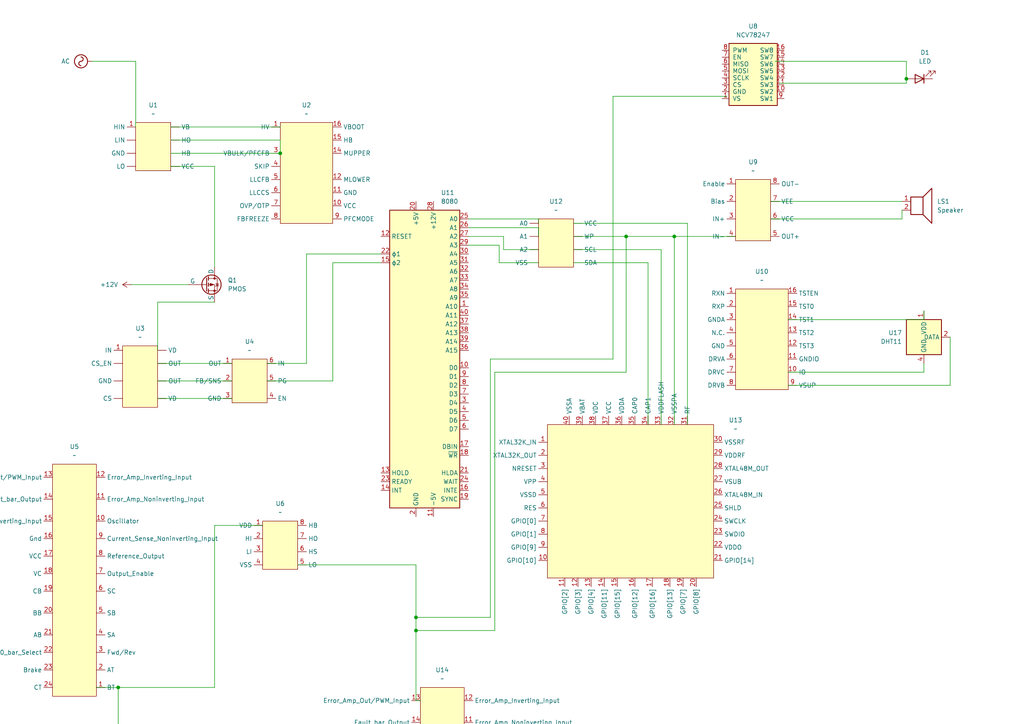
<source format=kicad_sch>
(kicad_sch
	(version 20250114)
	(generator "eeschema")
	(generator_version "9.0")
	(uuid "46138a7e-bed8-49ce-a175-63eb62b1c64a")
	(paper "A4")
	(lib_symbols
		(symbol "Device:LED"
			(pin_numbers
				(hide yes)
			)
			(pin_names
				(offset 1.016)
				(hide yes)
			)
			(exclude_from_sim no)
			(in_bom yes)
			(on_board yes)
			(property "Reference" "D"
				(at 0 2.54 0)
				(effects
					(font
						(size 1.27 1.27)
					)
				)
			)
			(property "Value" "LED"
				(at 0 -2.54 0)
				(effects
					(font
						(size 1.27 1.27)
					)
				)
			)
			(property "Footprint" ""
				(at 0 0 0)
				(effects
					(font
						(size 1.27 1.27)
					)
					(hide yes)
				)
			)
			(property "Datasheet" "~"
				(at 0 0 0)
				(effects
					(font
						(size 1.27 1.27)
					)
					(hide yes)
				)
			)
			(property "Description" "Light emitting diode"
				(at 0 0 0)
				(effects
					(font
						(size 1.27 1.27)
					)
					(hide yes)
				)
			)
			(property "Sim.Pins" "1=K 2=A"
				(at 0 0 0)
				(effects
					(font
						(size 1.27 1.27)
					)
					(hide yes)
				)
			)
			(property "ki_keywords" "LED diode"
				(at 0 0 0)
				(effects
					(font
						(size 1.27 1.27)
					)
					(hide yes)
				)
			)
			(property "ki_fp_filters" "LED* LED_SMD:* LED_THT:*"
				(at 0 0 0)
				(effects
					(font
						(size 1.27 1.27)
					)
					(hide yes)
				)
			)
			(symbol "LED_0_1"
				(polyline
					(pts
						(xy -3.048 -0.762) (xy -4.572 -2.286) (xy -3.81 -2.286) (xy -4.572 -2.286) (xy -4.572 -1.524)
					)
					(stroke
						(width 0)
						(type default)
					)
					(fill
						(type none)
					)
				)
				(polyline
					(pts
						(xy -1.778 -0.762) (xy -3.302 -2.286) (xy -2.54 -2.286) (xy -3.302 -2.286) (xy -3.302 -1.524)
					)
					(stroke
						(width 0)
						(type default)
					)
					(fill
						(type none)
					)
				)
				(polyline
					(pts
						(xy -1.27 0) (xy 1.27 0)
					)
					(stroke
						(width 0)
						(type default)
					)
					(fill
						(type none)
					)
				)
				(polyline
					(pts
						(xy -1.27 -1.27) (xy -1.27 1.27)
					)
					(stroke
						(width 0.254)
						(type default)
					)
					(fill
						(type none)
					)
				)
				(polyline
					(pts
						(xy 1.27 -1.27) (xy 1.27 1.27) (xy -1.27 0) (xy 1.27 -1.27)
					)
					(stroke
						(width 0.254)
						(type default)
					)
					(fill
						(type none)
					)
				)
			)
			(symbol "LED_1_1"
				(pin passive line
					(at -3.81 0 0)
					(length 2.54)
					(name "K"
						(effects
							(font
								(size 1.27 1.27)
							)
						)
					)
					(number "1"
						(effects
							(font
								(size 1.27 1.27)
							)
						)
					)
				)
				(pin passive line
					(at 3.81 0 180)
					(length 2.54)
					(name "A"
						(effects
							(font
								(size 1.27 1.27)
							)
						)
					)
					(number "2"
						(effects
							(font
								(size 1.27 1.27)
							)
						)
					)
				)
			)
			(embedded_fonts no)
		)
		(symbol "Device:Speaker"
			(pin_names
				(offset 0)
				(hide yes)
			)
			(exclude_from_sim no)
			(in_bom yes)
			(on_board yes)
			(property "Reference" "LS"
				(at 1.27 5.715 0)
				(effects
					(font
						(size 1.27 1.27)
					)
					(justify right)
				)
			)
			(property "Value" "Speaker"
				(at 1.27 3.81 0)
				(effects
					(font
						(size 1.27 1.27)
					)
					(justify right)
				)
			)
			(property "Footprint" ""
				(at 0 -5.08 0)
				(effects
					(font
						(size 1.27 1.27)
					)
					(hide yes)
				)
			)
			(property "Datasheet" "~"
				(at -0.254 -1.27 0)
				(effects
					(font
						(size 1.27 1.27)
					)
					(hide yes)
				)
			)
			(property "Description" "Speaker"
				(at 0 0 0)
				(effects
					(font
						(size 1.27 1.27)
					)
					(hide yes)
				)
			)
			(property "ki_keywords" "speaker sound"
				(at 0 0 0)
				(effects
					(font
						(size 1.27 1.27)
					)
					(hide yes)
				)
			)
			(symbol "Speaker_0_0"
				(rectangle
					(start -2.54 1.27)
					(end 1.016 -3.81)
					(stroke
						(width 0.254)
						(type default)
					)
					(fill
						(type none)
					)
				)
				(polyline
					(pts
						(xy 1.016 1.27) (xy 3.556 3.81) (xy 3.556 -6.35) (xy 1.016 -3.81)
					)
					(stroke
						(width 0.254)
						(type default)
					)
					(fill
						(type none)
					)
				)
			)
			(symbol "Speaker_1_1"
				(pin input line
					(at -5.08 0 0)
					(length 2.54)
					(name "1"
						(effects
							(font
								(size 1.27 1.27)
							)
						)
					)
					(number "1"
						(effects
							(font
								(size 1.27 1.27)
							)
						)
					)
				)
				(pin input line
					(at -5.08 -2.54 0)
					(length 2.54)
					(name "2"
						(effects
							(font
								(size 1.27 1.27)
							)
						)
					)
					(number "2"
						(effects
							(font
								(size 1.27 1.27)
							)
						)
					)
				)
			)
			(embedded_fonts no)
		)
		(symbol "IAV_components:CAV24C256"
			(exclude_from_sim no)
			(in_bom yes)
			(on_board yes)
			(property "Reference" "U"
				(at 0 0 0)
				(effects
					(font
						(size 1.27 1.27)
					)
				)
			)
			(property "Value" ""
				(at 0 0 0)
				(effects
					(font
						(size 1.27 1.27)
					)
				)
			)
			(property "Footprint" ""
				(at 0 0 0)
				(effects
					(font
						(size 1.27 1.27)
					)
					(hide yes)
				)
			)
			(property "Datasheet" ""
				(at 0 0 0)
				(effects
					(font
						(size 1.27 1.27)
					)
					(hide yes)
				)
			)
			(property "Description" ""
				(at 0 0 0)
				(effects
					(font
						(size 1.27 1.27)
					)
					(hide yes)
				)
			)
			(symbol "CAV24C256_1_1"
				(rectangle
					(start -5.08 -2.54)
					(end 5.08 -16.51)
					(stroke
						(width 0)
						(type solid)
					)
					(fill
						(type background)
					)
				)
				(pin input line
					(at -5.08 -3.81 180)
					(length 2.54)
					(name "A0"
						(effects
							(font
								(size 1.27 1.27)
							)
						)
					)
					(number ""
						(effects
							(font
								(size 1.27 1.27)
							)
						)
					)
				)
				(pin input line
					(at -5.08 -7.62 180)
					(length 2.54)
					(name "A1"
						(effects
							(font
								(size 1.27 1.27)
							)
						)
					)
					(number ""
						(effects
							(font
								(size 1.27 1.27)
							)
						)
					)
				)
				(pin input line
					(at -5.08 -11.43 180)
					(length 2.54)
					(name "A2"
						(effects
							(font
								(size 1.27 1.27)
							)
						)
					)
					(number ""
						(effects
							(font
								(size 1.27 1.27)
							)
						)
					)
				)
				(pin input line
					(at -5.08 -15.24 180)
					(length 2.54)
					(name "VSS"
						(effects
							(font
								(size 1.27 1.27)
							)
						)
					)
					(number ""
						(effects
							(font
								(size 1.27 1.27)
							)
						)
					)
				)
				(pin input line
					(at 5.08 -3.81 0)
					(length 2.54)
					(name "VCC"
						(effects
							(font
								(size 1.27 1.27)
							)
						)
					)
					(number ""
						(effects
							(font
								(size 1.27 1.27)
							)
						)
					)
				)
				(pin input line
					(at 5.08 -7.62 0)
					(length 2.54)
					(name "WP"
						(effects
							(font
								(size 1.27 1.27)
							)
						)
					)
					(number ""
						(effects
							(font
								(size 1.27 1.27)
							)
						)
					)
				)
				(pin input line
					(at 5.08 -11.43 0)
					(length 2.54)
					(name "SCL"
						(effects
							(font
								(size 1.27 1.27)
							)
						)
					)
					(number ""
						(effects
							(font
								(size 1.27 1.27)
							)
						)
					)
				)
				(pin input line
					(at 5.08 -15.24 0)
					(length 2.54)
					(name "SDA"
						(effects
							(font
								(size 1.27 1.27)
							)
						)
					)
					(number ""
						(effects
							(font
								(size 1.27 1.27)
							)
						)
					)
				)
			)
			(embedded_fonts no)
		)
		(symbol "IAV_components:NCP13992"
			(exclude_from_sim no)
			(in_bom yes)
			(on_board yes)
			(property "Reference" "U"
				(at 0 0 0)
				(effects
					(font
						(size 1.27 1.27)
					)
				)
			)
			(property "Value" ""
				(at 0 0 0)
				(effects
					(font
						(size 1.27 1.27)
					)
				)
			)
			(property "Footprint" ""
				(at 0 0 0)
				(effects
					(font
						(size 1.27 1.27)
					)
					(hide yes)
				)
			)
			(property "Datasheet" ""
				(at 0 0 0)
				(effects
					(font
						(size 1.27 1.27)
					)
					(hide yes)
				)
			)
			(property "Description" ""
				(at 0 0 0)
				(effects
					(font
						(size 1.27 1.27)
					)
					(hide yes)
				)
			)
			(symbol "NCP13992_1_1"
				(rectangle
					(start -7.62 -7.62)
					(end 7.62 -36.83)
					(stroke
						(width 0)
						(type solid)
					)
					(fill
						(type background)
					)
				)
				(pin input line
					(at -7.62 -8.89 180)
					(length 2.54)
					(name "HV"
						(effects
							(font
								(size 1.27 1.27)
							)
						)
					)
					(number "1"
						(effects
							(font
								(size 1.27 1.27)
							)
						)
					)
				)
				(pin input line
					(at -7.62 -16.51 180)
					(length 2.54)
					(name "VBULK/PFCFB"
						(effects
							(font
								(size 1.27 1.27)
							)
						)
					)
					(number "3"
						(effects
							(font
								(size 1.27 1.27)
							)
						)
					)
				)
				(pin input line
					(at -7.62 -20.32 180)
					(length 2.54)
					(name "SKIP"
						(effects
							(font
								(size 1.27 1.27)
							)
						)
					)
					(number "4"
						(effects
							(font
								(size 1.27 1.27)
							)
						)
					)
				)
				(pin input line
					(at -7.62 -24.13 180)
					(length 2.54)
					(name "LLCFB"
						(effects
							(font
								(size 1.27 1.27)
							)
						)
					)
					(number "5"
						(effects
							(font
								(size 1.27 1.27)
							)
						)
					)
				)
				(pin input line
					(at -7.62 -27.94 180)
					(length 2.54)
					(name "LLCCS"
						(effects
							(font
								(size 1.27 1.27)
							)
						)
					)
					(number "6"
						(effects
							(font
								(size 1.27 1.27)
							)
						)
					)
				)
				(pin input line
					(at -7.62 -31.75 180)
					(length 2.54)
					(name "OVP/OTP"
						(effects
							(font
								(size 1.27 1.27)
							)
						)
					)
					(number "7"
						(effects
							(font
								(size 1.27 1.27)
							)
						)
					)
				)
				(pin input line
					(at -7.62 -35.56 180)
					(length 2.54)
					(name "FBFREEZE"
						(effects
							(font
								(size 1.27 1.27)
							)
						)
					)
					(number "8"
						(effects
							(font
								(size 1.27 1.27)
							)
						)
					)
				)
				(pin input line
					(at 7.62 -8.89 0)
					(length 2.54)
					(name "VBOOT"
						(effects
							(font
								(size 1.27 1.27)
							)
						)
					)
					(number "16"
						(effects
							(font
								(size 1.27 1.27)
							)
						)
					)
				)
				(pin input line
					(at 7.62 -12.7 0)
					(length 2.54)
					(name "HB"
						(effects
							(font
								(size 1.27 1.27)
							)
						)
					)
					(number "15"
						(effects
							(font
								(size 1.27 1.27)
							)
						)
					)
				)
				(pin input line
					(at 7.62 -16.51 0)
					(length 2.54)
					(name "MUPPER"
						(effects
							(font
								(size 1.27 1.27)
							)
						)
					)
					(number "14"
						(effects
							(font
								(size 1.27 1.27)
							)
						)
					)
				)
				(pin input line
					(at 7.62 -24.13 0)
					(length 2.54)
					(name "MLOWER"
						(effects
							(font
								(size 1.27 1.27)
							)
						)
					)
					(number "12"
						(effects
							(font
								(size 1.27 1.27)
							)
						)
					)
				)
				(pin input line
					(at 7.62 -27.94 0)
					(length 2.54)
					(name "GND"
						(effects
							(font
								(size 1.27 1.27)
							)
						)
					)
					(number "11"
						(effects
							(font
								(size 1.27 1.27)
							)
						)
					)
				)
				(pin input line
					(at 7.62 -31.75 0)
					(length 2.54)
					(name "VCC"
						(effects
							(font
								(size 1.27 1.27)
							)
						)
					)
					(number "10"
						(effects
							(font
								(size 1.27 1.27)
							)
						)
					)
				)
				(pin input line
					(at 7.62 -35.56 0)
					(length 2.54)
					(name "PFCMODE"
						(effects
							(font
								(size 1.27 1.27)
							)
						)
					)
					(number "9"
						(effects
							(font
								(size 1.27 1.27)
							)
						)
					)
				)
			)
			(embedded_fonts no)
		)
		(symbol "IAV_components:NCP51530"
			(exclude_from_sim no)
			(in_bom yes)
			(on_board yes)
			(property "Reference" "U"
				(at 0 0 0)
				(effects
					(font
						(size 1.27 1.27)
					)
				)
			)
			(property "Value" ""
				(at 0 0 0)
				(effects
					(font
						(size 1.27 1.27)
					)
				)
			)
			(property "Footprint" ""
				(at 0 0 0)
				(effects
					(font
						(size 1.27 1.27)
					)
					(hide yes)
				)
			)
			(property "Datasheet" ""
				(at 0 0 0)
				(effects
					(font
						(size 1.27 1.27)
					)
					(hide yes)
				)
			)
			(property "Description" ""
				(at 0 0 0)
				(effects
					(font
						(size 1.27 1.27)
					)
					(hide yes)
				)
			)
			(symbol "NCP51530_1_1"
				(rectangle
					(start -5.08 -2.54)
					(end 5.08 -16.51)
					(stroke
						(width 0)
						(type solid)
					)
					(fill
						(type background)
					)
				)
				(pin input line
					(at -5.08 -3.81 180)
					(length 2.54)
					(name "HIN"
						(effects
							(font
								(size 1.27 1.27)
							)
						)
					)
					(number "1"
						(effects
							(font
								(size 1.27 1.27)
							)
						)
					)
				)
				(pin input line
					(at -5.08 -7.62 180)
					(length 2.54)
					(name "LIN"
						(effects
							(font
								(size 1.27 1.27)
							)
						)
					)
					(number ""
						(effects
							(font
								(size 1.27 1.27)
							)
						)
					)
				)
				(pin input line
					(at -5.08 -11.43 180)
					(length 2.54)
					(name "GND"
						(effects
							(font
								(size 1.27 1.27)
							)
						)
					)
					(number ""
						(effects
							(font
								(size 1.27 1.27)
							)
						)
					)
				)
				(pin input line
					(at -5.08 -15.24 180)
					(length 2.54)
					(name "LO"
						(effects
							(font
								(size 1.27 1.27)
							)
						)
					)
					(number ""
						(effects
							(font
								(size 1.27 1.27)
							)
						)
					)
				)
				(pin input line
					(at 5.08 -3.81 0)
					(length 2.54)
					(name "VB"
						(effects
							(font
								(size 1.27 1.27)
							)
						)
					)
					(number ""
						(effects
							(font
								(size 1.27 1.27)
							)
						)
					)
				)
				(pin input line
					(at 5.08 -7.62 0)
					(length 2.54)
					(name "HO"
						(effects
							(font
								(size 1.27 1.27)
							)
						)
					)
					(number ""
						(effects
							(font
								(size 1.27 1.27)
							)
						)
					)
				)
				(pin input line
					(at 5.08 -11.43 0)
					(length 2.54)
					(name "HB"
						(effects
							(font
								(size 1.27 1.27)
							)
						)
					)
					(number ""
						(effects
							(font
								(size 1.27 1.27)
							)
						)
					)
				)
				(pin input line
					(at 5.08 -15.24 0)
					(length 2.54)
					(name "VCC"
						(effects
							(font
								(size 1.27 1.27)
							)
						)
					)
					(number ""
						(effects
							(font
								(size 1.27 1.27)
							)
						)
					)
				)
			)
			(embedded_fonts no)
		)
		(symbol "IAV_components:NCP59801"
			(exclude_from_sim no)
			(in_bom yes)
			(on_board yes)
			(property "Reference" "U"
				(at 0 0 0)
				(effects
					(font
						(size 1.27 1.27)
					)
				)
			)
			(property "Value" ""
				(at 0 0 0)
				(effects
					(font
						(size 1.27 1.27)
					)
				)
			)
			(property "Footprint" ""
				(at 0 0 0)
				(effects
					(font
						(size 1.27 1.27)
					)
					(hide yes)
				)
			)
			(property "Datasheet" ""
				(at 0 0 0)
				(effects
					(font
						(size 1.27 1.27)
					)
					(hide yes)
				)
			)
			(property "Description" ""
				(at 0 0 0)
				(effects
					(font
						(size 1.27 1.27)
					)
					(hide yes)
				)
			)
			(symbol "NCP59801_1_1"
				(rectangle
					(start -5.08 -3.81)
					(end 5.08 -16.51)
					(stroke
						(width 0)
						(type solid)
					)
					(fill
						(type background)
					)
				)
				(pin input line
					(at -5.08 -5.08 180)
					(length 2.54)
					(name "OUT"
						(effects
							(font
								(size 1.27 1.27)
							)
						)
					)
					(number "1"
						(effects
							(font
								(size 1.27 1.27)
							)
						)
					)
				)
				(pin input line
					(at -5.08 -10.16 180)
					(length 2.54)
					(name "FB/SNS"
						(effects
							(font
								(size 1.27 1.27)
							)
						)
					)
					(number "2"
						(effects
							(font
								(size 1.27 1.27)
							)
						)
					)
				)
				(pin input line
					(at -5.08 -15.24 180)
					(length 2.54)
					(name "GND"
						(effects
							(font
								(size 1.27 1.27)
							)
						)
					)
					(number "3"
						(effects
							(font
								(size 1.27 1.27)
							)
						)
					)
				)
				(pin input line
					(at 5.08 -5.08 0)
					(length 2.54)
					(name "IN"
						(effects
							(font
								(size 1.27 1.27)
							)
						)
					)
					(number "6"
						(effects
							(font
								(size 1.27 1.27)
							)
						)
					)
				)
				(pin input line
					(at 5.08 -10.16 0)
					(length 2.54)
					(name "PG"
						(effects
							(font
								(size 1.27 1.27)
							)
						)
					)
					(number "5"
						(effects
							(font
								(size 1.27 1.27)
							)
						)
					)
				)
				(pin input line
					(at 5.08 -15.24 0)
					(length 2.54)
					(name "EN"
						(effects
							(font
								(size 1.27 1.27)
							)
						)
					)
					(number "4"
						(effects
							(font
								(size 1.27 1.27)
							)
						)
					)
				)
			)
			(embedded_fonts no)
		)
		(symbol "IAV_components:NCP81080"
			(exclude_from_sim no)
			(in_bom yes)
			(on_board yes)
			(property "Reference" "U"
				(at 0 0 0)
				(effects
					(font
						(size 1.27 1.27)
					)
				)
			)
			(property "Value" ""
				(at 0 0 0)
				(effects
					(font
						(size 1.27 1.27)
					)
				)
			)
			(property "Footprint" ""
				(at 0 0 0)
				(effects
					(font
						(size 1.27 1.27)
					)
					(hide yes)
				)
			)
			(property "Datasheet" ""
				(at 0 0 0)
				(effects
					(font
						(size 1.27 1.27)
					)
					(hide yes)
				)
			)
			(property "Description" ""
				(at 0 0 0)
				(effects
					(font
						(size 1.27 1.27)
					)
					(hide yes)
				)
			)
			(symbol "NCP81080_1_1"
				(rectangle
					(start -5.08 -2.54)
					(end 5.08 -16.51)
					(stroke
						(width 0)
						(type solid)
					)
					(fill
						(type background)
					)
				)
				(pin input line
					(at -5.08 -3.81 180)
					(length 2.54)
					(name "VDD"
						(effects
							(font
								(size 1.27 1.27)
							)
						)
					)
					(number "1"
						(effects
							(font
								(size 1.27 1.27)
							)
						)
					)
				)
				(pin input line
					(at -5.08 -7.62 180)
					(length 2.54)
					(name "HI"
						(effects
							(font
								(size 1.27 1.27)
							)
						)
					)
					(number "2"
						(effects
							(font
								(size 1.27 1.27)
							)
						)
					)
				)
				(pin input line
					(at -5.08 -11.43 180)
					(length 2.54)
					(name "LI"
						(effects
							(font
								(size 1.27 1.27)
							)
						)
					)
					(number "3"
						(effects
							(font
								(size 1.27 1.27)
							)
						)
					)
				)
				(pin input line
					(at -5.08 -15.24 180)
					(length 2.54)
					(name "VSS"
						(effects
							(font
								(size 1.27 1.27)
							)
						)
					)
					(number "4"
						(effects
							(font
								(size 1.27 1.27)
							)
						)
					)
				)
				(pin input line
					(at 5.08 -3.81 0)
					(length 2.54)
					(name "HB"
						(effects
							(font
								(size 1.27 1.27)
							)
						)
					)
					(number "8"
						(effects
							(font
								(size 1.27 1.27)
							)
						)
					)
				)
				(pin input line
					(at 5.08 -7.62 0)
					(length 2.54)
					(name "HO"
						(effects
							(font
								(size 1.27 1.27)
							)
						)
					)
					(number "7"
						(effects
							(font
								(size 1.27 1.27)
							)
						)
					)
				)
				(pin input line
					(at 5.08 -11.43 0)
					(length 2.54)
					(name "HS"
						(effects
							(font
								(size 1.27 1.27)
							)
						)
					)
					(number "6"
						(effects
							(font
								(size 1.27 1.27)
							)
						)
					)
				)
				(pin input line
					(at 5.08 -15.24 0)
					(length 2.54)
					(name "LO"
						(effects
							(font
								(size 1.27 1.27)
							)
						)
					)
					(number "5"
						(effects
							(font
								(size 1.27 1.27)
							)
						)
					)
				)
			)
			(embedded_fonts no)
		)
		(symbol "IAV_components:NCS2211"
			(exclude_from_sim no)
			(in_bom yes)
			(on_board yes)
			(property "Reference" "U"
				(at 0 0 0)
				(effects
					(font
						(size 1.27 1.27)
					)
				)
			)
			(property "Value" ""
				(at 0 0 0)
				(effects
					(font
						(size 1.27 1.27)
					)
				)
			)
			(property "Footprint" ""
				(at 0 0 0)
				(effects
					(font
						(size 1.27 1.27)
					)
					(hide yes)
				)
			)
			(property "Datasheet" ""
				(at 0 0 0)
				(effects
					(font
						(size 1.27 1.27)
					)
					(hide yes)
				)
			)
			(property "Description" ""
				(at 0 0 0)
				(effects
					(font
						(size 1.27 1.27)
					)
					(hide yes)
				)
			)
			(symbol "NCS2211_1_1"
				(rectangle
					(start -5.08 -2.54)
					(end 5.08 -20.32)
					(stroke
						(width 0)
						(type solid)
					)
					(fill
						(type background)
					)
				)
				(pin input line
					(at -5.08 -3.81 180)
					(length 2.54)
					(name "Enable"
						(effects
							(font
								(size 1.27 1.27)
							)
						)
					)
					(number "1"
						(effects
							(font
								(size 1.27 1.27)
							)
						)
					)
				)
				(pin input line
					(at -5.08 -8.89 180)
					(length 2.54)
					(name "Bias"
						(effects
							(font
								(size 1.27 1.27)
							)
						)
					)
					(number "2"
						(effects
							(font
								(size 1.27 1.27)
							)
						)
					)
				)
				(pin input line
					(at -5.08 -13.97 180)
					(length 2.54)
					(name "IN+"
						(effects
							(font
								(size 1.27 1.27)
							)
						)
					)
					(number "3"
						(effects
							(font
								(size 1.27 1.27)
							)
						)
					)
				)
				(pin input line
					(at -5.08 -19.05 180)
					(length 2.54)
					(name "IN-"
						(effects
							(font
								(size 1.27 1.27)
							)
						)
					)
					(number "4"
						(effects
							(font
								(size 1.27 1.27)
							)
						)
					)
				)
				(pin input line
					(at 5.08 -3.81 0)
					(length 2.54)
					(name "OUT-"
						(effects
							(font
								(size 1.27 1.27)
							)
						)
					)
					(number "8"
						(effects
							(font
								(size 1.27 1.27)
							)
						)
					)
				)
				(pin input line
					(at 5.08 -8.89 0)
					(length 2.54)
					(name "VEE"
						(effects
							(font
								(size 1.27 1.27)
							)
						)
					)
					(number "7"
						(effects
							(font
								(size 1.27 1.27)
							)
						)
					)
				)
				(pin input line
					(at 5.08 -13.97 0)
					(length 2.54)
					(name "VCC"
						(effects
							(font
								(size 1.27 1.27)
							)
						)
					)
					(number "6"
						(effects
							(font
								(size 1.27 1.27)
							)
						)
					)
				)
				(pin input line
					(at 5.08 -19.05 0)
					(length 2.54)
					(name "OUT+"
						(effects
							(font
								(size 1.27 1.27)
							)
						)
					)
					(number "5"
						(effects
							(font
								(size 1.27 1.27)
							)
						)
					)
				)
			)
			(embedded_fonts no)
		)
		(symbol "IAV_components:NCS7031"
			(exclude_from_sim no)
			(in_bom yes)
			(on_board yes)
			(property "Reference" "U"
				(at 0 0 0)
				(effects
					(font
						(size 1.27 1.27)
					)
				)
			)
			(property "Value" ""
				(at 0 0 0)
				(effects
					(font
						(size 1.27 1.27)
					)
				)
			)
			(property "Footprint" ""
				(at 0 0 0)
				(effects
					(font
						(size 1.27 1.27)
					)
					(hide yes)
				)
			)
			(property "Datasheet" ""
				(at 0 0 0)
				(effects
					(font
						(size 1.27 1.27)
					)
					(hide yes)
				)
			)
			(property "Description" ""
				(at 0 0 0)
				(effects
					(font
						(size 1.27 1.27)
					)
					(hide yes)
				)
			)
			(symbol "NCS7031_1_1"
				(rectangle
					(start -6.35 -2.54)
					(end 6.35 -24.13)
					(stroke
						(width 0)
						(type solid)
					)
					(fill
						(type background)
					)
				)
				(pin input line
					(at -6.35 -5.08 180)
					(length 2.54)
					(name "-IN"
						(effects
							(font
								(size 1.27 1.27)
							)
						)
					)
					(number "1"
						(effects
							(font
								(size 1.27 1.27)
							)
						)
					)
				)
				(pin input line
					(at -6.35 -10.16 180)
					(length 2.54)
					(name "GND"
						(effects
							(font
								(size 1.27 1.27)
							)
						)
					)
					(number "2"
						(effects
							(font
								(size 1.27 1.27)
							)
						)
					)
				)
				(pin input line
					(at -6.35 -15.24 180)
					(length 2.54)
					(name "A1"
						(effects
							(font
								(size 1.27 1.27)
							)
						)
					)
					(number "3"
						(effects
							(font
								(size 1.27 1.27)
							)
						)
					)
				)
				(pin input line
					(at -6.35 -20.32 180)
					(length 2.54)
					(name "A2"
						(effects
							(font
								(size 1.27 1.27)
							)
						)
					)
					(number "4"
						(effects
							(font
								(size 1.27 1.27)
							)
						)
					)
				)
				(pin input line
					(at 6.35 -5.08 0)
					(length 2.54)
					(name "+IN"
						(effects
							(font
								(size 1.27 1.27)
							)
						)
					)
					(number "8"
						(effects
							(font
								(size 1.27 1.27)
							)
						)
					)
				)
				(pin input line
					(at 6.35 -10.16 0)
					(length 2.54)
					(name "NC"
						(effects
							(font
								(size 1.27 1.27)
							)
						)
					)
					(number "7"
						(effects
							(font
								(size 1.27 1.27)
							)
						)
					)
				)
				(pin input line
					(at 6.35 -15.24 0)
					(length 2.54)
					(name "Vs"
						(effects
							(font
								(size 1.27 1.27)
							)
						)
					)
					(number "6"
						(effects
							(font
								(size 1.27 1.27)
							)
						)
					)
				)
				(pin input line
					(at 6.35 -20.32 0)
					(length 2.54)
					(name "OUT"
						(effects
							(font
								(size 1.27 1.27)
							)
						)
					)
					(number "5"
						(effects
							(font
								(size 1.27 1.27)
							)
						)
					)
				)
			)
			(embedded_fonts no)
		)
		(symbol "IAV_components:NCV33035"
			(exclude_from_sim no)
			(in_bom yes)
			(on_board yes)
			(property "Reference" "U"
				(at 0 0 0)
				(effects
					(font
						(size 1.27 1.27)
					)
				)
			)
			(property "Value" ""
				(at 0 0 0)
				(effects
					(font
						(size 1.27 1.27)
					)
				)
			)
			(property "Footprint" ""
				(at 0 0 0)
				(effects
					(font
						(size 1.27 1.27)
					)
					(hide yes)
				)
			)
			(property "Datasheet" ""
				(at 0 0 0)
				(effects
					(font
						(size 1.27 1.27)
					)
					(hide yes)
				)
			)
			(property "Description" ""
				(at 0 0 0)
				(effects
					(font
						(size 1.27 1.27)
					)
					(hide yes)
				)
			)
			(symbol "NCV33035_1_1"
				(rectangle
					(start -6.35 -3.81)
					(end 6.35 -71.12)
					(stroke
						(width 0)
						(type solid)
					)
					(fill
						(type background)
					)
				)
				(pin input line
					(at -6.35 -6.35 180)
					(length 2.54)
					(name "BT"
						(effects
							(font
								(size 1.27 1.27)
							)
						)
					)
					(number "1"
						(effects
							(font
								(size 1.27 1.27)
							)
						)
					)
				)
				(pin input line
					(at -6.35 -11.43 180)
					(length 2.54)
					(name "AT"
						(effects
							(font
								(size 1.27 1.27)
							)
						)
					)
					(number "2"
						(effects
							(font
								(size 1.27 1.27)
							)
						)
					)
				)
				(pin input line
					(at -6.35 -16.51 180)
					(length 2.54)
					(name "Fwd/Rev"
						(effects
							(font
								(size 1.27 1.27)
							)
						)
					)
					(number "3"
						(effects
							(font
								(size 1.27 1.27)
							)
						)
					)
				)
				(pin input line
					(at -6.35 -21.59 180)
					(length 2.54)
					(name "SA"
						(effects
							(font
								(size 1.27 1.27)
							)
						)
					)
					(number "4"
						(effects
							(font
								(size 1.27 1.27)
							)
						)
					)
				)
				(pin input line
					(at -6.35 -27.94 180)
					(length 2.54)
					(name "SB"
						(effects
							(font
								(size 1.27 1.27)
							)
						)
					)
					(number "5"
						(effects
							(font
								(size 1.27 1.27)
							)
						)
					)
				)
				(pin input line
					(at -6.35 -34.29 180)
					(length 2.54)
					(name "SC"
						(effects
							(font
								(size 1.27 1.27)
							)
						)
					)
					(number "6"
						(effects
							(font
								(size 1.27 1.27)
							)
						)
					)
				)
				(pin input line
					(at -6.35 -39.37 180)
					(length 2.54)
					(name "Output_Enable"
						(effects
							(font
								(size 1.27 1.27)
							)
						)
					)
					(number "7"
						(effects
							(font
								(size 1.27 1.27)
							)
						)
					)
				)
				(pin input line
					(at -6.35 -44.45 180)
					(length 2.54)
					(name "Reference_Output"
						(effects
							(font
								(size 1.27 1.27)
							)
						)
					)
					(number "8"
						(effects
							(font
								(size 1.27 1.27)
							)
						)
					)
				)
				(pin input line
					(at -6.35 -49.53 180)
					(length 2.54)
					(name "Current_Sense_Noninverting_Input"
						(effects
							(font
								(size 1.27 1.27)
							)
						)
					)
					(number "9"
						(effects
							(font
								(size 1.27 1.27)
							)
						)
					)
				)
				(pin input line
					(at -6.35 -54.61 180)
					(length 2.54)
					(name "Oscillator"
						(effects
							(font
								(size 1.27 1.27)
							)
						)
					)
					(number "10"
						(effects
							(font
								(size 1.27 1.27)
							)
						)
					)
				)
				(pin input line
					(at -6.35 -60.96 180)
					(length 2.54)
					(name "Error_Amp_Noninverting_Input"
						(effects
							(font
								(size 1.27 1.27)
							)
						)
					)
					(number "11"
						(effects
							(font
								(size 1.27 1.27)
							)
						)
					)
				)
				(pin input line
					(at -6.35 -67.31 180)
					(length 2.54)
					(name "Error_Amp_Inverting_Input"
						(effects
							(font
								(size 1.27 1.27)
							)
						)
					)
					(number "12"
						(effects
							(font
								(size 1.27 1.27)
							)
						)
					)
				)
				(pin input line
					(at 6.35 -6.35 0)
					(length 2.54)
					(name "CT"
						(effects
							(font
								(size 1.27 1.27)
							)
						)
					)
					(number "24"
						(effects
							(font
								(size 1.27 1.27)
							)
						)
					)
				)
				(pin input line
					(at 6.35 -11.43 0)
					(length 2.54)
					(name "Brake"
						(effects
							(font
								(size 1.27 1.27)
							)
						)
					)
					(number "23"
						(effects
							(font
								(size 1.27 1.27)
							)
						)
					)
				)
				(pin input line
					(at 6.35 -16.51 0)
					(length 2.54)
					(name "60/120_bar_Select"
						(effects
							(font
								(size 1.27 1.27)
							)
						)
					)
					(number "22"
						(effects
							(font
								(size 1.27 1.27)
							)
						)
					)
				)
				(pin input line
					(at 6.35 -21.59 0)
					(length 2.54)
					(name "AB"
						(effects
							(font
								(size 1.27 1.27)
							)
						)
					)
					(number "21"
						(effects
							(font
								(size 1.27 1.27)
							)
						)
					)
				)
				(pin input line
					(at 6.35 -27.94 0)
					(length 2.54)
					(name "BB"
						(effects
							(font
								(size 1.27 1.27)
							)
						)
					)
					(number "20"
						(effects
							(font
								(size 1.27 1.27)
							)
						)
					)
				)
				(pin input line
					(at 6.35 -34.29 0)
					(length 2.54)
					(name "CB"
						(effects
							(font
								(size 1.27 1.27)
							)
						)
					)
					(number "19"
						(effects
							(font
								(size 1.27 1.27)
							)
						)
					)
				)
				(pin input line
					(at 6.35 -39.37 0)
					(length 2.54)
					(name "VC"
						(effects
							(font
								(size 1.27 1.27)
							)
						)
					)
					(number "18"
						(effects
							(font
								(size 1.27 1.27)
							)
						)
					)
				)
				(pin input line
					(at 6.35 -44.45 0)
					(length 2.54)
					(name "VCC"
						(effects
							(font
								(size 1.27 1.27)
							)
						)
					)
					(number "17"
						(effects
							(font
								(size 1.27 1.27)
							)
						)
					)
				)
				(pin input line
					(at 6.35 -49.53 0)
					(length 2.54)
					(name "Gnd"
						(effects
							(font
								(size 1.27 1.27)
							)
						)
					)
					(number "16"
						(effects
							(font
								(size 1.27 1.27)
							)
						)
					)
				)
				(pin input line
					(at 6.35 -54.61 0)
					(length 2.54)
					(name "Current_Sense_Inverting_Input"
						(effects
							(font
								(size 1.27 1.27)
							)
						)
					)
					(number "15"
						(effects
							(font
								(size 1.27 1.27)
							)
						)
					)
				)
				(pin input line
					(at 6.35 -60.96 0)
					(length 2.54)
					(name "Fault_bar_Output"
						(effects
							(font
								(size 1.27 1.27)
							)
						)
					)
					(number "14"
						(effects
							(font
								(size 1.27 1.27)
							)
						)
					)
				)
				(pin input line
					(at 6.35 -67.31 0)
					(length 2.54)
					(name "Error_Amp_Out/PWM_Input"
						(effects
							(font
								(size 1.27 1.27)
							)
						)
					)
					(number "13"
						(effects
							(font
								(size 1.27 1.27)
							)
						)
					)
				)
			)
			(embedded_fonts no)
		)
		(symbol "IAV_components:NCV75215DB001R2G"
			(exclude_from_sim no)
			(in_bom yes)
			(on_board yes)
			(property "Reference" "U"
				(at 0 0 0)
				(effects
					(font
						(size 1.27 1.27)
					)
				)
			)
			(property "Value" ""
				(at 0 0 0)
				(effects
					(font
						(size 1.27 1.27)
					)
				)
			)
			(property "Footprint" ""
				(at 0 0 0)
				(effects
					(font
						(size 1.27 1.27)
					)
					(hide yes)
				)
			)
			(property "Datasheet" ""
				(at 0 0 0)
				(effects
					(font
						(size 1.27 1.27)
					)
					(hide yes)
				)
			)
			(property "Description" ""
				(at 0 0 0)
				(effects
					(font
						(size 1.27 1.27)
					)
					(hide yes)
				)
			)
			(symbol "NCV75215DB001R2G_1_1"
				(rectangle
					(start -7.62 -2.54)
					(end 7.62 -31.75)
					(stroke
						(width 0)
						(type solid)
					)
					(fill
						(type background)
					)
				)
				(pin input line
					(at -7.62 -3.81 180)
					(length 2.54)
					(name "RXN"
						(effects
							(font
								(size 1.27 1.27)
							)
						)
					)
					(number "1"
						(effects
							(font
								(size 1.27 1.27)
							)
						)
					)
				)
				(pin input line
					(at -7.62 -7.62 180)
					(length 2.54)
					(name "RXP"
						(effects
							(font
								(size 1.27 1.27)
							)
						)
					)
					(number "2"
						(effects
							(font
								(size 1.27 1.27)
							)
						)
					)
				)
				(pin input line
					(at -7.62 -11.43 180)
					(length 2.54)
					(name "GNDA"
						(effects
							(font
								(size 1.27 1.27)
							)
						)
					)
					(number "3"
						(effects
							(font
								(size 1.27 1.27)
							)
						)
					)
				)
				(pin input line
					(at -7.62 -15.24 180)
					(length 2.54)
					(name "N.C."
						(effects
							(font
								(size 1.27 1.27)
							)
						)
					)
					(number "4"
						(effects
							(font
								(size 1.27 1.27)
							)
						)
					)
				)
				(pin input line
					(at -7.62 -19.05 180)
					(length 2.54)
					(name "GND"
						(effects
							(font
								(size 1.27 1.27)
							)
						)
					)
					(number "5"
						(effects
							(font
								(size 1.27 1.27)
							)
						)
					)
				)
				(pin input line
					(at -7.62 -22.86 180)
					(length 2.54)
					(name "DRVA"
						(effects
							(font
								(size 1.27 1.27)
							)
						)
					)
					(number "6"
						(effects
							(font
								(size 1.27 1.27)
							)
						)
					)
				)
				(pin input line
					(at -7.62 -26.67 180)
					(length 2.54)
					(name "DRVC"
						(effects
							(font
								(size 1.27 1.27)
							)
						)
					)
					(number "7"
						(effects
							(font
								(size 1.27 1.27)
							)
						)
					)
				)
				(pin input line
					(at -7.62 -30.48 180)
					(length 2.54)
					(name "DRVB"
						(effects
							(font
								(size 1.27 1.27)
							)
						)
					)
					(number "8"
						(effects
							(font
								(size 1.27 1.27)
							)
						)
					)
				)
				(pin input line
					(at 7.62 -3.81 0)
					(length 2.54)
					(name "TSTEN"
						(effects
							(font
								(size 1.27 1.27)
							)
						)
					)
					(number "16"
						(effects
							(font
								(size 1.27 1.27)
							)
						)
					)
				)
				(pin input line
					(at 7.62 -7.62 0)
					(length 2.54)
					(name "TST0"
						(effects
							(font
								(size 1.27 1.27)
							)
						)
					)
					(number "15"
						(effects
							(font
								(size 1.27 1.27)
							)
						)
					)
				)
				(pin input line
					(at 7.62 -11.43 0)
					(length 2.54)
					(name "TST1"
						(effects
							(font
								(size 1.27 1.27)
							)
						)
					)
					(number "14"
						(effects
							(font
								(size 1.27 1.27)
							)
						)
					)
				)
				(pin input line
					(at 7.62 -15.24 0)
					(length 2.54)
					(name "TST2"
						(effects
							(font
								(size 1.27 1.27)
							)
						)
					)
					(number "13"
						(effects
							(font
								(size 1.27 1.27)
							)
						)
					)
				)
				(pin input line
					(at 7.62 -19.05 0)
					(length 2.54)
					(name "TST3"
						(effects
							(font
								(size 1.27 1.27)
							)
						)
					)
					(number "12"
						(effects
							(font
								(size 1.27 1.27)
							)
						)
					)
				)
				(pin input line
					(at 7.62 -22.86 0)
					(length 2.54)
					(name "GNDIO"
						(effects
							(font
								(size 1.27 1.27)
							)
						)
					)
					(number "11"
						(effects
							(font
								(size 1.27 1.27)
							)
						)
					)
				)
				(pin input line
					(at 7.62 -26.67 0)
					(length 2.54)
					(name "IO"
						(effects
							(font
								(size 1.27 1.27)
							)
						)
					)
					(number "10"
						(effects
							(font
								(size 1.27 1.27)
							)
						)
					)
				)
				(pin input line
					(at 7.62 -30.48 0)
					(length 2.54)
					(name "VSUP"
						(effects
							(font
								(size 1.27 1.27)
							)
						)
					)
					(number "9"
						(effects
							(font
								(size 1.27 1.27)
							)
						)
					)
				)
			)
			(embedded_fonts no)
		)
		(symbol "IAV_components:NCV84120"
			(exclude_from_sim no)
			(in_bom yes)
			(on_board yes)
			(property "Reference" "U"
				(at 0 0 0)
				(effects
					(font
						(size 1.27 1.27)
					)
				)
			)
			(property "Value" ""
				(at 0 0 0)
				(effects
					(font
						(size 1.27 1.27)
					)
				)
			)
			(property "Footprint" ""
				(at 0 0 0)
				(effects
					(font
						(size 1.27 1.27)
					)
					(hide yes)
				)
			)
			(property "Datasheet" ""
				(at 0 0 0)
				(effects
					(font
						(size 1.27 1.27)
					)
					(hide yes)
				)
			)
			(property "Description" ""
				(at 0 0 0)
				(effects
					(font
						(size 1.27 1.27)
					)
					(hide yes)
				)
			)
			(symbol "NCV84120_1_1"
				(rectangle
					(start -5.08 -2.54)
					(end 5.08 -20.32)
					(stroke
						(width 0)
						(type solid)
					)
					(fill
						(type background)
					)
				)
				(pin input line
					(at -5.08 -3.81 180)
					(length 2.54)
					(name "IN"
						(effects
							(font
								(size 1.27 1.27)
							)
						)
					)
					(number "1"
						(effects
							(font
								(size 1.27 1.27)
							)
						)
					)
				)
				(pin input line
					(at -5.08 -7.62 180)
					(length 2.54)
					(name "CS_EN"
						(effects
							(font
								(size 1.27 1.27)
							)
						)
					)
					(number ""
						(effects
							(font
								(size 1.27 1.27)
							)
						)
					)
				)
				(pin input line
					(at -5.08 -12.7 180)
					(length 2.54)
					(name "GND"
						(effects
							(font
								(size 1.27 1.27)
							)
						)
					)
					(number ""
						(effects
							(font
								(size 1.27 1.27)
							)
						)
					)
				)
				(pin input line
					(at -5.08 -17.78 180)
					(length 2.54)
					(name "CS"
						(effects
							(font
								(size 1.27 1.27)
							)
						)
					)
					(number ""
						(effects
							(font
								(size 1.27 1.27)
							)
						)
					)
				)
				(pin input line
					(at 5.08 -3.81 0)
					(length 2.54)
					(name "VD"
						(effects
							(font
								(size 1.27 1.27)
							)
						)
					)
					(number ""
						(effects
							(font
								(size 1.27 1.27)
							)
						)
					)
				)
				(pin input line
					(at 5.08 -7.62 0)
					(length 2.54)
					(name "OUT"
						(effects
							(font
								(size 1.27 1.27)
							)
						)
					)
					(number ""
						(effects
							(font
								(size 1.27 1.27)
							)
						)
					)
				)
				(pin input line
					(at 5.08 -12.7 0)
					(length 2.54)
					(name "OUT"
						(effects
							(font
								(size 1.27 1.27)
							)
						)
					)
					(number ""
						(effects
							(font
								(size 1.27 1.27)
							)
						)
					)
				)
				(pin input line
					(at 5.08 -17.78 0)
					(length 2.54)
					(name "VD"
						(effects
							(font
								(size 1.27 1.27)
							)
						)
					)
					(number ""
						(effects
							(font
								(size 1.27 1.27)
							)
						)
					)
				)
			)
			(embedded_fonts no)
		)
		(symbol "MCU_Intel:8080"
			(exclude_from_sim no)
			(in_bom yes)
			(on_board yes)
			(property "Reference" "U"
				(at -7.62 44.45 0)
				(effects
					(font
						(size 1.27 1.27)
					)
				)
			)
			(property "Value" "8080"
				(at 7.62 44.45 0)
				(effects
					(font
						(size 1.27 1.27)
					)
				)
			)
			(property "Footprint" "Package_DIP:DIP-40_W15.24mm"
				(at 0 15.24 0)
				(effects
					(font
						(size 1.27 1.27)
					)
					(hide yes)
				)
			)
			(property "Datasheet" "http://datasheets.chipdb.org/Intel/MCS-80/intel-8080.pdf"
				(at 0 15.24 0)
				(effects
					(font
						(size 1.27 1.27)
					)
					(hide yes)
				)
			)
			(property "Description" "8-bit N-channel Microprocessor, DIP-40"
				(at 0 0 0)
				(effects
					(font
						(size 1.27 1.27)
					)
					(hide yes)
				)
			)
			(property "ki_keywords" "cpu mpu microprocessor"
				(at 0 0 0)
				(effects
					(font
						(size 1.27 1.27)
					)
					(hide yes)
				)
			)
			(property "ki_fp_filters" "DIP*W15.24*"
				(at 0 0 0)
				(effects
					(font
						(size 1.27 1.27)
					)
					(hide yes)
				)
			)
			(symbol "8080_0_1"
				(rectangle
					(start -10.16 43.18)
					(end 10.16 -43.18)
					(stroke
						(width 0.254)
						(type default)
					)
					(fill
						(type background)
					)
				)
			)
			(symbol "8080_1_1"
				(pin input line
					(at -12.7 35.56 0)
					(length 2.54)
					(name "RESET"
						(effects
							(font
								(size 1.27 1.27)
							)
						)
					)
					(number "12"
						(effects
							(font
								(size 1.27 1.27)
							)
						)
					)
				)
				(pin input line
					(at -12.7 30.48 0)
					(length 2.54)
					(name "ϕ1"
						(effects
							(font
								(size 1.27 1.27)
							)
						)
					)
					(number "22"
						(effects
							(font
								(size 1.27 1.27)
							)
						)
					)
				)
				(pin input line
					(at -12.7 27.94 0)
					(length 2.54)
					(name "ϕ2"
						(effects
							(font
								(size 1.27 1.27)
							)
						)
					)
					(number "15"
						(effects
							(font
								(size 1.27 1.27)
							)
						)
					)
				)
				(pin input line
					(at -12.7 -33.02 0)
					(length 2.54)
					(name "HOLD"
						(effects
							(font
								(size 1.27 1.27)
							)
						)
					)
					(number "13"
						(effects
							(font
								(size 1.27 1.27)
							)
						)
					)
				)
				(pin input line
					(at -12.7 -35.56 0)
					(length 2.54)
					(name "READY"
						(effects
							(font
								(size 1.27 1.27)
							)
						)
					)
					(number "23"
						(effects
							(font
								(size 1.27 1.27)
							)
						)
					)
				)
				(pin input line
					(at -12.7 -38.1 0)
					(length 2.54)
					(name "INT"
						(effects
							(font
								(size 1.27 1.27)
							)
						)
					)
					(number "14"
						(effects
							(font
								(size 1.27 1.27)
							)
						)
					)
				)
				(pin power_in line
					(at -2.54 45.72 270)
					(length 2.54)
					(name "+5V"
						(effects
							(font
								(size 1.27 1.27)
							)
						)
					)
					(number "20"
						(effects
							(font
								(size 1.27 1.27)
							)
						)
					)
				)
				(pin power_in line
					(at -2.54 -45.72 90)
					(length 2.54)
					(name "GND"
						(effects
							(font
								(size 1.27 1.27)
							)
						)
					)
					(number "2"
						(effects
							(font
								(size 1.27 1.27)
							)
						)
					)
				)
				(pin power_in line
					(at 2.54 45.72 270)
					(length 2.54)
					(name "+12V"
						(effects
							(font
								(size 1.27 1.27)
							)
						)
					)
					(number "28"
						(effects
							(font
								(size 1.27 1.27)
							)
						)
					)
				)
				(pin power_in line
					(at 2.54 -45.72 90)
					(length 2.54)
					(name "-5V"
						(effects
							(font
								(size 1.27 1.27)
							)
						)
					)
					(number "11"
						(effects
							(font
								(size 1.27 1.27)
							)
						)
					)
				)
				(pin output line
					(at 12.7 40.64 180)
					(length 2.54)
					(name "A0"
						(effects
							(font
								(size 1.27 1.27)
							)
						)
					)
					(number "25"
						(effects
							(font
								(size 1.27 1.27)
							)
						)
					)
				)
				(pin output line
					(at 12.7 38.1 180)
					(length 2.54)
					(name "A1"
						(effects
							(font
								(size 1.27 1.27)
							)
						)
					)
					(number "26"
						(effects
							(font
								(size 1.27 1.27)
							)
						)
					)
				)
				(pin output line
					(at 12.7 35.56 180)
					(length 2.54)
					(name "A2"
						(effects
							(font
								(size 1.27 1.27)
							)
						)
					)
					(number "27"
						(effects
							(font
								(size 1.27 1.27)
							)
						)
					)
				)
				(pin output line
					(at 12.7 33.02 180)
					(length 2.54)
					(name "A3"
						(effects
							(font
								(size 1.27 1.27)
							)
						)
					)
					(number "29"
						(effects
							(font
								(size 1.27 1.27)
							)
						)
					)
				)
				(pin output line
					(at 12.7 30.48 180)
					(length 2.54)
					(name "A4"
						(effects
							(font
								(size 1.27 1.27)
							)
						)
					)
					(number "30"
						(effects
							(font
								(size 1.27 1.27)
							)
						)
					)
				)
				(pin output line
					(at 12.7 27.94 180)
					(length 2.54)
					(name "A5"
						(effects
							(font
								(size 1.27 1.27)
							)
						)
					)
					(number "31"
						(effects
							(font
								(size 1.27 1.27)
							)
						)
					)
				)
				(pin output line
					(at 12.7 25.4 180)
					(length 2.54)
					(name "A6"
						(effects
							(font
								(size 1.27 1.27)
							)
						)
					)
					(number "32"
						(effects
							(font
								(size 1.27 1.27)
							)
						)
					)
				)
				(pin output line
					(at 12.7 22.86 180)
					(length 2.54)
					(name "A7"
						(effects
							(font
								(size 1.27 1.27)
							)
						)
					)
					(number "33"
						(effects
							(font
								(size 1.27 1.27)
							)
						)
					)
				)
				(pin output line
					(at 12.7 20.32 180)
					(length 2.54)
					(name "A8"
						(effects
							(font
								(size 1.27 1.27)
							)
						)
					)
					(number "34"
						(effects
							(font
								(size 1.27 1.27)
							)
						)
					)
				)
				(pin output line
					(at 12.7 17.78 180)
					(length 2.54)
					(name "A9"
						(effects
							(font
								(size 1.27 1.27)
							)
						)
					)
					(number "35"
						(effects
							(font
								(size 1.27 1.27)
							)
						)
					)
				)
				(pin output line
					(at 12.7 15.24 180)
					(length 2.54)
					(name "A10"
						(effects
							(font
								(size 1.27 1.27)
							)
						)
					)
					(number "1"
						(effects
							(font
								(size 1.27 1.27)
							)
						)
					)
				)
				(pin output line
					(at 12.7 12.7 180)
					(length 2.54)
					(name "A11"
						(effects
							(font
								(size 1.27 1.27)
							)
						)
					)
					(number "40"
						(effects
							(font
								(size 1.27 1.27)
							)
						)
					)
				)
				(pin output line
					(at 12.7 10.16 180)
					(length 2.54)
					(name "A12"
						(effects
							(font
								(size 1.27 1.27)
							)
						)
					)
					(number "37"
						(effects
							(font
								(size 1.27 1.27)
							)
						)
					)
				)
				(pin output line
					(at 12.7 7.62 180)
					(length 2.54)
					(name "A13"
						(effects
							(font
								(size 1.27 1.27)
							)
						)
					)
					(number "38"
						(effects
							(font
								(size 1.27 1.27)
							)
						)
					)
				)
				(pin output line
					(at 12.7 5.08 180)
					(length 2.54)
					(name "A14"
						(effects
							(font
								(size 1.27 1.27)
							)
						)
					)
					(number "39"
						(effects
							(font
								(size 1.27 1.27)
							)
						)
					)
				)
				(pin output line
					(at 12.7 2.54 180)
					(length 2.54)
					(name "A15"
						(effects
							(font
								(size 1.27 1.27)
							)
						)
					)
					(number "36"
						(effects
							(font
								(size 1.27 1.27)
							)
						)
					)
				)
				(pin bidirectional line
					(at 12.7 -2.54 180)
					(length 2.54)
					(name "D0"
						(effects
							(font
								(size 1.27 1.27)
							)
						)
					)
					(number "10"
						(effects
							(font
								(size 1.27 1.27)
							)
						)
					)
				)
				(pin bidirectional line
					(at 12.7 -5.08 180)
					(length 2.54)
					(name "D1"
						(effects
							(font
								(size 1.27 1.27)
							)
						)
					)
					(number "9"
						(effects
							(font
								(size 1.27 1.27)
							)
						)
					)
				)
				(pin bidirectional line
					(at 12.7 -7.62 180)
					(length 2.54)
					(name "D2"
						(effects
							(font
								(size 1.27 1.27)
							)
						)
					)
					(number "8"
						(effects
							(font
								(size 1.27 1.27)
							)
						)
					)
				)
				(pin bidirectional line
					(at 12.7 -10.16 180)
					(length 2.54)
					(name "D3"
						(effects
							(font
								(size 1.27 1.27)
							)
						)
					)
					(number "7"
						(effects
							(font
								(size 1.27 1.27)
							)
						)
					)
				)
				(pin bidirectional line
					(at 12.7 -12.7 180)
					(length 2.54)
					(name "D4"
						(effects
							(font
								(size 1.27 1.27)
							)
						)
					)
					(number "3"
						(effects
							(font
								(size 1.27 1.27)
							)
						)
					)
				)
				(pin bidirectional line
					(at 12.7 -15.24 180)
					(length 2.54)
					(name "D5"
						(effects
							(font
								(size 1.27 1.27)
							)
						)
					)
					(number "4"
						(effects
							(font
								(size 1.27 1.27)
							)
						)
					)
				)
				(pin bidirectional line
					(at 12.7 -17.78 180)
					(length 2.54)
					(name "D6"
						(effects
							(font
								(size 1.27 1.27)
							)
						)
					)
					(number "5"
						(effects
							(font
								(size 1.27 1.27)
							)
						)
					)
				)
				(pin bidirectional line
					(at 12.7 -20.32 180)
					(length 2.54)
					(name "D7"
						(effects
							(font
								(size 1.27 1.27)
							)
						)
					)
					(number "6"
						(effects
							(font
								(size 1.27 1.27)
							)
						)
					)
				)
				(pin output line
					(at 12.7 -25.4 180)
					(length 2.54)
					(name "DBIN"
						(effects
							(font
								(size 1.27 1.27)
							)
						)
					)
					(number "17"
						(effects
							(font
								(size 1.27 1.27)
							)
						)
					)
				)
				(pin output line
					(at 12.7 -27.94 180)
					(length 2.54)
					(name "~{WR}"
						(effects
							(font
								(size 1.27 1.27)
							)
						)
					)
					(number "18"
						(effects
							(font
								(size 1.27 1.27)
							)
						)
					)
				)
				(pin output line
					(at 12.7 -33.02 180)
					(length 2.54)
					(name "HLDA"
						(effects
							(font
								(size 1.27 1.27)
							)
						)
					)
					(number "21"
						(effects
							(font
								(size 1.27 1.27)
							)
						)
					)
				)
				(pin output line
					(at 12.7 -35.56 180)
					(length 2.54)
					(name "WAIT"
						(effects
							(font
								(size 1.27 1.27)
							)
						)
					)
					(number "24"
						(effects
							(font
								(size 1.27 1.27)
							)
						)
					)
				)
				(pin output line
					(at 12.7 -38.1 180)
					(length 2.54)
					(name "INTE"
						(effects
							(font
								(size 1.27 1.27)
							)
						)
					)
					(number "16"
						(effects
							(font
								(size 1.27 1.27)
							)
						)
					)
				)
				(pin output line
					(at 12.7 -40.64 180)
					(length 2.54)
					(name "SYNC"
						(effects
							(font
								(size 1.27 1.27)
							)
						)
					)
					(number "19"
						(effects
							(font
								(size 1.27 1.27)
							)
						)
					)
				)
			)
			(embedded_fonts no)
		)
		(symbol "Sensor:DHT11"
			(exclude_from_sim no)
			(in_bom yes)
			(on_board yes)
			(property "Reference" "U"
				(at -3.81 6.35 0)
				(effects
					(font
						(size 1.27 1.27)
					)
				)
			)
			(property "Value" "DHT11"
				(at 3.81 6.35 0)
				(effects
					(font
						(size 1.27 1.27)
					)
				)
			)
			(property "Footprint" "Sensor:Aosong_DHT11_5.5x12.0_P2.54mm"
				(at 0 -10.16 0)
				(effects
					(font
						(size 1.27 1.27)
					)
					(hide yes)
				)
			)
			(property "Datasheet" "http://akizukidenshi.com/download/ds/aosong/DHT11.pdf"
				(at 3.81 6.35 0)
				(effects
					(font
						(size 1.27 1.27)
					)
					(hide yes)
				)
			)
			(property "Description" "3.3V to 5.5V, temperature and humidity module, DHT11"
				(at 0 0 0)
				(effects
					(font
						(size 1.27 1.27)
					)
					(hide yes)
				)
			)
			(property "ki_keywords" "digital sensor"
				(at 0 0 0)
				(effects
					(font
						(size 1.27 1.27)
					)
					(hide yes)
				)
			)
			(property "ki_fp_filters" "Aosong*DHT11*5.5x12.0*P2.54mm*"
				(at 0 0 0)
				(effects
					(font
						(size 1.27 1.27)
					)
					(hide yes)
				)
			)
			(symbol "DHT11_0_1"
				(rectangle
					(start -5.08 5.08)
					(end 5.08 -5.08)
					(stroke
						(width 0.254)
						(type default)
					)
					(fill
						(type background)
					)
				)
			)
			(symbol "DHT11_1_1"
				(pin no_connect line
					(at -5.08 0 0)
					(length 2.54)
					(hide yes)
					(name "NC"
						(effects
							(font
								(size 1.27 1.27)
							)
						)
					)
					(number "3"
						(effects
							(font
								(size 1.27 1.27)
							)
						)
					)
				)
				(pin power_in line
					(at 0 7.62 270)
					(length 2.54)
					(name "VDD"
						(effects
							(font
								(size 1.27 1.27)
							)
						)
					)
					(number "1"
						(effects
							(font
								(size 1.27 1.27)
							)
						)
					)
				)
				(pin power_in line
					(at 0 -7.62 90)
					(length 2.54)
					(name "GND"
						(effects
							(font
								(size 1.27 1.27)
							)
						)
					)
					(number "4"
						(effects
							(font
								(size 1.27 1.27)
							)
						)
					)
				)
				(pin bidirectional line
					(at 7.62 0 180)
					(length 2.54)
					(name "DATA"
						(effects
							(font
								(size 1.27 1.27)
							)
						)
					)
					(number "2"
						(effects
							(font
								(size 1.27 1.27)
							)
						)
					)
				)
			)
			(embedded_fonts no)
		)
		(symbol "Simulation_SPICE:PMOS"
			(pin_numbers
				(hide yes)
			)
			(pin_names
				(offset 0)
			)
			(exclude_from_sim no)
			(in_bom yes)
			(on_board yes)
			(property "Reference" "Q"
				(at 5.08 1.27 0)
				(effects
					(font
						(size 1.27 1.27)
					)
					(justify left)
				)
			)
			(property "Value" "PMOS"
				(at 5.08 -1.27 0)
				(effects
					(font
						(size 1.27 1.27)
					)
					(justify left)
				)
			)
			(property "Footprint" ""
				(at 5.08 2.54 0)
				(effects
					(font
						(size 1.27 1.27)
					)
					(hide yes)
				)
			)
			(property "Datasheet" "https://ngspice.sourceforge.io/docs/ngspice-html-manual/manual.xhtml#cha_MOSFETs"
				(at 0 -12.7 0)
				(effects
					(font
						(size 1.27 1.27)
					)
					(hide yes)
				)
			)
			(property "Description" "P-MOSFET transistor, drain/source/gate"
				(at 0 0 0)
				(effects
					(font
						(size 1.27 1.27)
					)
					(hide yes)
				)
			)
			(property "Sim.Device" "PMOS"
				(at 0 -17.145 0)
				(effects
					(font
						(size 1.27 1.27)
					)
					(hide yes)
				)
			)
			(property "Sim.Type" "VDMOS"
				(at 0 -19.05 0)
				(effects
					(font
						(size 1.27 1.27)
					)
					(hide yes)
				)
			)
			(property "Sim.Pins" "1=D 2=G 3=S"
				(at 0 -15.24 0)
				(effects
					(font
						(size 1.27 1.27)
					)
					(hide yes)
				)
			)
			(property "ki_keywords" "transistor PMOS P-MOS P-MOSFET simulation"
				(at 0 0 0)
				(effects
					(font
						(size 1.27 1.27)
					)
					(hide yes)
				)
			)
			(symbol "PMOS_0_1"
				(polyline
					(pts
						(xy 0.254 1.905) (xy 0.254 -1.905)
					)
					(stroke
						(width 0.254)
						(type default)
					)
					(fill
						(type none)
					)
				)
				(polyline
					(pts
						(xy 0.254 0) (xy -2.54 0)
					)
					(stroke
						(width 0)
						(type default)
					)
					(fill
						(type none)
					)
				)
				(polyline
					(pts
						(xy 0.762 2.286) (xy 0.762 1.27)
					)
					(stroke
						(width 0.254)
						(type default)
					)
					(fill
						(type none)
					)
				)
				(polyline
					(pts
						(xy 0.762 1.778) (xy 3.302 1.778) (xy 3.302 -1.778) (xy 0.762 -1.778)
					)
					(stroke
						(width 0)
						(type default)
					)
					(fill
						(type none)
					)
				)
				(polyline
					(pts
						(xy 0.762 0.508) (xy 0.762 -0.508)
					)
					(stroke
						(width 0.254)
						(type default)
					)
					(fill
						(type none)
					)
				)
				(polyline
					(pts
						(xy 0.762 -1.27) (xy 0.762 -2.286)
					)
					(stroke
						(width 0.254)
						(type default)
					)
					(fill
						(type none)
					)
				)
				(circle
					(center 1.651 0)
					(radius 2.794)
					(stroke
						(width 0.254)
						(type default)
					)
					(fill
						(type none)
					)
				)
				(polyline
					(pts
						(xy 2.286 0) (xy 1.27 0.381) (xy 1.27 -0.381) (xy 2.286 0)
					)
					(stroke
						(width 0)
						(type default)
					)
					(fill
						(type outline)
					)
				)
				(polyline
					(pts
						(xy 2.54 2.54) (xy 2.54 1.778)
					)
					(stroke
						(width 0)
						(type default)
					)
					(fill
						(type none)
					)
				)
				(circle
					(center 2.54 1.778)
					(radius 0.254)
					(stroke
						(width 0)
						(type default)
					)
					(fill
						(type outline)
					)
				)
				(circle
					(center 2.54 -1.778)
					(radius 0.254)
					(stroke
						(width 0)
						(type default)
					)
					(fill
						(type outline)
					)
				)
				(polyline
					(pts
						(xy 2.54 -2.54) (xy 2.54 0) (xy 0.762 0)
					)
					(stroke
						(width 0)
						(type default)
					)
					(fill
						(type none)
					)
				)
				(polyline
					(pts
						(xy 2.794 -0.508) (xy 2.921 -0.381) (xy 3.683 -0.381) (xy 3.81 -0.254)
					)
					(stroke
						(width 0)
						(type default)
					)
					(fill
						(type none)
					)
				)
				(polyline
					(pts
						(xy 3.302 -0.381) (xy 2.921 0.254) (xy 3.683 0.254) (xy 3.302 -0.381)
					)
					(stroke
						(width 0)
						(type default)
					)
					(fill
						(type none)
					)
				)
			)
			(symbol "PMOS_1_1"
				(pin input line
					(at -5.08 0 0)
					(length 2.54)
					(name "G"
						(effects
							(font
								(size 1.27 1.27)
							)
						)
					)
					(number "2"
						(effects
							(font
								(size 1.27 1.27)
							)
						)
					)
				)
				(pin passive line
					(at 2.54 5.08 270)
					(length 2.54)
					(name "D"
						(effects
							(font
								(size 1.27 1.27)
							)
						)
					)
					(number "1"
						(effects
							(font
								(size 1.27 1.27)
							)
						)
					)
				)
				(pin passive line
					(at 2.54 -5.08 90)
					(length 2.54)
					(name "S"
						(effects
							(font
								(size 1.27 1.27)
							)
						)
					)
					(number "3"
						(effects
							(font
								(size 1.27 1.27)
							)
						)
					)
				)
			)
			(embedded_fonts no)
		)
		(symbol "icepowertrain_components:NCV-RSL15"
			(exclude_from_sim no)
			(in_bom yes)
			(on_board yes)
			(property "Reference" "U"
				(at 0 0 0)
				(effects
					(font
						(size 1.27 1.27)
					)
				)
			)
			(property "Value" ""
				(at 0 0 0)
				(effects
					(font
						(size 1.27 1.27)
					)
				)
			)
			(property "Footprint" ""
				(at 0 0 0)
				(effects
					(font
						(size 1.27 1.27)
					)
					(hide yes)
				)
			)
			(property "Datasheet" ""
				(at 0 0 0)
				(effects
					(font
						(size 1.27 1.27)
					)
					(hide yes)
				)
			)
			(property "Description" ""
				(at 0 0 0)
				(effects
					(font
						(size 1.27 1.27)
					)
					(hide yes)
				)
			)
			(symbol "NCV-RSL15_1_1"
				(rectangle
					(start -24.13 -6.35)
					(end 24.13 -50.8)
					(stroke
						(width 0)
						(type solid)
					)
					(fill
						(type background)
					)
				)
				(pin input line
					(at -24.13 -11.43 180)
					(length 2.54)
					(name "XTAL32K_IN"
						(effects
							(font
								(size 1.27 1.27)
							)
						)
					)
					(number "1"
						(effects
							(font
								(size 1.27 1.27)
							)
						)
					)
				)
				(pin input line
					(at -24.13 -15.24 180)
					(length 2.54)
					(name "XTAL32K_OUT"
						(effects
							(font
								(size 1.27 1.27)
							)
						)
					)
					(number "2"
						(effects
							(font
								(size 1.27 1.27)
							)
						)
					)
				)
				(pin input line
					(at -24.13 -19.05 180)
					(length 2.54)
					(name "NRESET"
						(effects
							(font
								(size 1.27 1.27)
							)
						)
					)
					(number "3"
						(effects
							(font
								(size 1.27 1.27)
							)
						)
					)
				)
				(pin input line
					(at -24.13 -22.86 180)
					(length 2.54)
					(name "VPP"
						(effects
							(font
								(size 1.27 1.27)
							)
						)
					)
					(number "4"
						(effects
							(font
								(size 1.27 1.27)
							)
						)
					)
				)
				(pin input line
					(at -24.13 -26.67 180)
					(length 2.54)
					(name "VSSD"
						(effects
							(font
								(size 1.27 1.27)
							)
						)
					)
					(number "5"
						(effects
							(font
								(size 1.27 1.27)
							)
						)
					)
				)
				(pin input line
					(at -24.13 -30.48 180)
					(length 2.54)
					(name "RES"
						(effects
							(font
								(size 1.27 1.27)
							)
						)
					)
					(number "6"
						(effects
							(font
								(size 1.27 1.27)
							)
						)
					)
				)
				(pin input line
					(at -24.13 -34.29 180)
					(length 2.54)
					(name "GPIO[0]"
						(effects
							(font
								(size 1.27 1.27)
							)
						)
					)
					(number "7"
						(effects
							(font
								(size 1.27 1.27)
							)
						)
					)
				)
				(pin input line
					(at -24.13 -38.1 180)
					(length 2.54)
					(name "GPIO[1]"
						(effects
							(font
								(size 1.27 1.27)
							)
						)
					)
					(number "8"
						(effects
							(font
								(size 1.27 1.27)
							)
						)
					)
				)
				(pin input line
					(at -24.13 -41.91 180)
					(length 2.54)
					(name "GPIO[9]"
						(effects
							(font
								(size 1.27 1.27)
							)
						)
					)
					(number "9"
						(effects
							(font
								(size 1.27 1.27)
							)
						)
					)
				)
				(pin input line
					(at -24.13 -45.72 180)
					(length 2.54)
					(name "GPIO[10]"
						(effects
							(font
								(size 1.27 1.27)
							)
						)
					)
					(number "10"
						(effects
							(font
								(size 1.27 1.27)
							)
						)
					)
				)
				(pin input line
					(at -19.05 -50.8 270)
					(length 2.54)
					(name "GPIO[2]"
						(effects
							(font
								(size 1.27 1.27)
							)
						)
					)
					(number "11"
						(effects
							(font
								(size 1.27 1.27)
							)
						)
					)
				)
				(pin input line
					(at -17.78 -6.35 90)
					(length 2.54)
					(name "VSSA"
						(effects
							(font
								(size 1.27 1.27)
							)
						)
					)
					(number "40"
						(effects
							(font
								(size 1.27 1.27)
							)
						)
					)
				)
				(pin input line
					(at -15.24 -50.8 270)
					(length 2.54)
					(name "GPIO[3]"
						(effects
							(font
								(size 1.27 1.27)
							)
						)
					)
					(number "12"
						(effects
							(font
								(size 1.27 1.27)
							)
						)
					)
				)
				(pin input line
					(at -13.97 -6.35 90)
					(length 2.54)
					(name "VBAT"
						(effects
							(font
								(size 1.27 1.27)
							)
						)
					)
					(number "39"
						(effects
							(font
								(size 1.27 1.27)
							)
						)
					)
				)
				(pin input line
					(at -11.43 -50.8 270)
					(length 2.54)
					(name "GPIO[4]"
						(effects
							(font
								(size 1.27 1.27)
							)
						)
					)
					(number "13"
						(effects
							(font
								(size 1.27 1.27)
							)
						)
					)
				)
				(pin input line
					(at -10.16 -6.35 90)
					(length 2.54)
					(name "VDC"
						(effects
							(font
								(size 1.27 1.27)
							)
						)
					)
					(number "38"
						(effects
							(font
								(size 1.27 1.27)
							)
						)
					)
				)
				(pin input line
					(at -7.62 -50.8 270)
					(length 2.54)
					(name "GPIO[11]"
						(effects
							(font
								(size 1.27 1.27)
							)
						)
					)
					(number "14"
						(effects
							(font
								(size 1.27 1.27)
							)
						)
					)
				)
				(pin input line
					(at -6.35 -6.35 90)
					(length 2.54)
					(name "VCC"
						(effects
							(font
								(size 1.27 1.27)
							)
						)
					)
					(number "37"
						(effects
							(font
								(size 1.27 1.27)
							)
						)
					)
				)
				(pin input line
					(at -3.81 -50.8 270)
					(length 2.54)
					(name "GPIO[15]"
						(effects
							(font
								(size 1.27 1.27)
							)
						)
					)
					(number "15"
						(effects
							(font
								(size 1.27 1.27)
							)
						)
					)
				)
				(pin input line
					(at -2.54 -6.35 90)
					(length 2.54)
					(name "VDDA"
						(effects
							(font
								(size 1.27 1.27)
							)
						)
					)
					(number "36"
						(effects
							(font
								(size 1.27 1.27)
							)
						)
					)
				)
				(pin input line
					(at 1.27 -6.35 90)
					(length 2.54)
					(name "CAP0"
						(effects
							(font
								(size 1.27 1.27)
							)
						)
					)
					(number "35"
						(effects
							(font
								(size 1.27 1.27)
							)
						)
					)
				)
				(pin input line
					(at 1.27 -50.8 270)
					(length 2.54)
					(name "GPIO[12]"
						(effects
							(font
								(size 1.27 1.27)
							)
						)
					)
					(number "16"
						(effects
							(font
								(size 1.27 1.27)
							)
						)
					)
				)
				(pin input line
					(at 5.08 -6.35 90)
					(length 2.54)
					(name "CAP1"
						(effects
							(font
								(size 1.27 1.27)
							)
						)
					)
					(number "34"
						(effects
							(font
								(size 1.27 1.27)
							)
						)
					)
				)
				(pin input line
					(at 6.35 -50.8 270)
					(length 2.54)
					(name "GPIO[16]"
						(effects
							(font
								(size 1.27 1.27)
							)
						)
					)
					(number "17"
						(effects
							(font
								(size 1.27 1.27)
							)
						)
					)
				)
				(pin input line
					(at 8.89 -6.35 90)
					(length 2.54)
					(name "VDDFLASH"
						(effects
							(font
								(size 1.27 1.27)
							)
						)
					)
					(number "33"
						(effects
							(font
								(size 1.27 1.27)
							)
						)
					)
				)
				(pin input line
					(at 11.43 -50.8 270)
					(length 2.54)
					(name "GPIO[13]"
						(effects
							(font
								(size 1.27 1.27)
							)
						)
					)
					(number "18"
						(effects
							(font
								(size 1.27 1.27)
							)
						)
					)
				)
				(pin input line
					(at 12.7 -6.35 90)
					(length 2.54)
					(name "VSSPA"
						(effects
							(font
								(size 1.27 1.27)
							)
						)
					)
					(number "32"
						(effects
							(font
								(size 1.27 1.27)
							)
						)
					)
				)
				(pin input line
					(at 15.24 -50.8 270)
					(length 2.54)
					(name "GPIO[7]"
						(effects
							(font
								(size 1.27 1.27)
							)
						)
					)
					(number "19"
						(effects
							(font
								(size 1.27 1.27)
							)
						)
					)
				)
				(pin input line
					(at 16.51 -6.35 90)
					(length 2.54)
					(name "RF"
						(effects
							(font
								(size 1.27 1.27)
							)
						)
					)
					(number "31"
						(effects
							(font
								(size 1.27 1.27)
							)
						)
					)
				)
				(pin input line
					(at 19.05 -50.8 270)
					(length 2.54)
					(name "GPIO[8]"
						(effects
							(font
								(size 1.27 1.27)
							)
						)
					)
					(number "20"
						(effects
							(font
								(size 1.27 1.27)
							)
						)
					)
				)
				(pin input line
					(at 24.13 -11.43 0)
					(length 2.54)
					(name "VSSRF"
						(effects
							(font
								(size 1.27 1.27)
							)
						)
					)
					(number "30"
						(effects
							(font
								(size 1.27 1.27)
							)
						)
					)
				)
				(pin input line
					(at 24.13 -15.24 0)
					(length 2.54)
					(name "VDDRF"
						(effects
							(font
								(size 1.27 1.27)
							)
						)
					)
					(number "29"
						(effects
							(font
								(size 1.27 1.27)
							)
						)
					)
				)
				(pin input line
					(at 24.13 -19.05 0)
					(length 2.54)
					(name "XTAL48M_OUT"
						(effects
							(font
								(size 1.27 1.27)
							)
						)
					)
					(number "28"
						(effects
							(font
								(size 1.27 1.27)
							)
						)
					)
				)
				(pin input line
					(at 24.13 -22.86 0)
					(length 2.54)
					(name "VSUB"
						(effects
							(font
								(size 1.27 1.27)
							)
						)
					)
					(number "27"
						(effects
							(font
								(size 1.27 1.27)
							)
						)
					)
				)
				(pin input line
					(at 24.13 -26.67 0)
					(length 2.54)
					(name "XTAL48M_IN"
						(effects
							(font
								(size 1.27 1.27)
							)
						)
					)
					(number "26"
						(effects
							(font
								(size 1.27 1.27)
							)
						)
					)
				)
				(pin input line
					(at 24.13 -30.48 0)
					(length 2.54)
					(name "SHLD"
						(effects
							(font
								(size 1.27 1.27)
							)
						)
					)
					(number "25"
						(effects
							(font
								(size 1.27 1.27)
							)
						)
					)
				)
				(pin input line
					(at 24.13 -34.29 0)
					(length 2.54)
					(name "SWCLK"
						(effects
							(font
								(size 1.27 1.27)
							)
						)
					)
					(number "24"
						(effects
							(font
								(size 1.27 1.27)
							)
						)
					)
				)
				(pin input line
					(at 24.13 -38.1 0)
					(length 2.54)
					(name "SWDIO"
						(effects
							(font
								(size 1.27 1.27)
							)
						)
					)
					(number "23"
						(effects
							(font
								(size 1.27 1.27)
							)
						)
					)
				)
				(pin input line
					(at 24.13 -41.91 0)
					(length 2.54)
					(name "VDDO"
						(effects
							(font
								(size 1.27 1.27)
							)
						)
					)
					(number "22"
						(effects
							(font
								(size 1.27 1.27)
							)
						)
					)
				)
				(pin input line
					(at 24.13 -45.72 0)
					(length 2.54)
					(name "GPIO[14]"
						(effects
							(font
								(size 1.27 1.27)
							)
						)
					)
					(number "21"
						(effects
							(font
								(size 1.27 1.27)
							)
						)
					)
				)
			)
			(embedded_fonts no)
		)
		(symbol "led_lighting_components:NCV78247"
			(pin_names
				(offset 1.016)
			)
			(exclude_from_sim no)
			(in_bom yes)
			(on_board yes)
			(property "Reference" "U"
				(at 0 0 0)
				(effects
					(font
						(size 1.27 1.27)
						(thickness 0.15)
					)
				)
			)
			(property "Value" "NCV78247"
				(at 0 -6 0)
				(effects
					(font
						(size 1.27 1.27)
						(thickness 0.15)
					)
				)
			)
			(property "Footprint" ""
				(at 0 0 0)
				(effects
					(font
						(size 1.27 1.27)
						(thickness 0.15)
					)
					(hide yes)
				)
			)
			(property "Datasheet" "https://www.onsemi.com/pdf/datasheet/ncv78247-d.pdf"
				(at 0 0 0)
				(effects
					(font
						(size 1.27 1.27)
						(thickness 0.15)
					)
					(hide yes)
				)
			)
			(property "Description" ""
				(at 0 0 0)
				(effects
					(font
						(size 1.27 1.27)
					)
					(hide yes)
				)
			)
			(symbol "NCV78247_0_1"
				(rectangle
					(start -7 -9)
					(end 7 9)
					(stroke
						(width 0.254)
						(type default)
					)
					(fill
						(type background)
					)
				)
				(pin input line
					(at -9 7 0)
					(length 2)
					(name "PWM"
						(effects
							(font
								(size 1.27 1.27)
							)
						)
					)
					(number "8"
						(effects
							(font
								(size 1.27 1.27)
							)
						)
					)
				)
				(pin input line
					(at -9 5 0)
					(length 2)
					(name "EN"
						(effects
							(font
								(size 1.27 1.27)
							)
						)
					)
					(number "7"
						(effects
							(font
								(size 1.27 1.27)
							)
						)
					)
				)
				(pin output line
					(at -9 3 0)
					(length 2)
					(name "MISO"
						(effects
							(font
								(size 1.27 1.27)
							)
						)
					)
					(number "6"
						(effects
							(font
								(size 1.27 1.27)
							)
						)
					)
				)
				(pin input line
					(at -9 1 0)
					(length 2)
					(name "MOSI"
						(effects
							(font
								(size 1.27 1.27)
							)
						)
					)
					(number "5"
						(effects
							(font
								(size 1.27 1.27)
							)
						)
					)
				)
				(pin input line
					(at -9 -1 0)
					(length 2)
					(name "SCLK"
						(effects
							(font
								(size 1.27 1.27)
							)
						)
					)
					(number "4"
						(effects
							(font
								(size 1.27 1.27)
							)
						)
					)
				)
				(pin input line
					(at -9 -3 0)
					(length 2)
					(name "CS"
						(effects
							(font
								(size 1.27 1.27)
							)
						)
					)
					(number "3"
						(effects
							(font
								(size 1.27 1.27)
							)
						)
					)
				)
				(pin power_in line
					(at -9 -5 0)
					(length 2)
					(name "GND"
						(effects
							(font
								(size 1.27 1.27)
							)
						)
					)
					(number "2"
						(effects
							(font
								(size 1.27 1.27)
							)
						)
					)
				)
				(pin power_in line
					(at -9 -7 0)
					(length 2)
					(name "VS"
						(effects
							(font
								(size 1.27 1.27)
							)
						)
					)
					(number "1"
						(effects
							(font
								(size 1.27 1.27)
							)
						)
					)
				)
				(pin output line
					(at 9 7 180)
					(length 2)
					(name "SW8"
						(effects
							(font
								(size 1.27 1.27)
							)
						)
					)
					(number "16"
						(effects
							(font
								(size 1.27 1.27)
							)
						)
					)
				)
				(pin output line
					(at 9 5 180)
					(length 2)
					(name "SW7"
						(effects
							(font
								(size 1.27 1.27)
							)
						)
					)
					(number "15"
						(effects
							(font
								(size 1.27 1.27)
							)
						)
					)
				)
				(pin output line
					(at 9 3 180)
					(length 2)
					(name "SW6"
						(effects
							(font
								(size 1.27 1.27)
							)
						)
					)
					(number "14"
						(effects
							(font
								(size 1.27 1.27)
							)
						)
					)
				)
				(pin output line
					(at 9 1 180)
					(length 2)
					(name "SW5"
						(effects
							(font
								(size 1.27 1.27)
							)
						)
					)
					(number "13"
						(effects
							(font
								(size 1.27 1.27)
							)
						)
					)
				)
				(pin output line
					(at 9 -1 180)
					(length 2)
					(name "SW4"
						(effects
							(font
								(size 1.27 1.27)
							)
						)
					)
					(number "12"
						(effects
							(font
								(size 1.27 1.27)
							)
						)
					)
				)
				(pin output line
					(at 9 -3 180)
					(length 2)
					(name "SW3"
						(effects
							(font
								(size 1.27 1.27)
							)
						)
					)
					(number "11"
						(effects
							(font
								(size 1.27 1.27)
							)
						)
					)
				)
				(pin output line
					(at 9 -5 180)
					(length 2)
					(name "SW2"
						(effects
							(font
								(size 1.27 1.27)
							)
						)
					)
					(number "10"
						(effects
							(font
								(size 1.27 1.27)
							)
						)
					)
				)
				(pin output line
					(at 9 -7 180)
					(length 2)
					(name "SW1"
						(effects
							(font
								(size 1.27 1.27)
							)
						)
					)
					(number "9"
						(effects
							(font
								(size 1.27 1.27)
							)
						)
					)
				)
			)
			(embedded_fonts no)
		)
		(symbol "power:+12V"
			(power)
			(pin_numbers
				(hide yes)
			)
			(pin_names
				(offset 0)
				(hide yes)
			)
			(exclude_from_sim no)
			(in_bom yes)
			(on_board yes)
			(property "Reference" "#PWR"
				(at 0 -3.81 0)
				(effects
					(font
						(size 1.27 1.27)
					)
					(hide yes)
				)
			)
			(property "Value" "+12V"
				(at 0 3.556 0)
				(effects
					(font
						(size 1.27 1.27)
					)
				)
			)
			(property "Footprint" ""
				(at 0 0 0)
				(effects
					(font
						(size 1.27 1.27)
					)
					(hide yes)
				)
			)
			(property "Datasheet" ""
				(at 0 0 0)
				(effects
					(font
						(size 1.27 1.27)
					)
					(hide yes)
				)
			)
			(property "Description" "Power symbol creates a global label with name \"+12V\""
				(at 0 0 0)
				(effects
					(font
						(size 1.27 1.27)
					)
					(hide yes)
				)
			)
			(property "ki_keywords" "global power"
				(at 0 0 0)
				(effects
					(font
						(size 1.27 1.27)
					)
					(hide yes)
				)
			)
			(symbol "+12V_0_1"
				(polyline
					(pts
						(xy -0.762 1.27) (xy 0 2.54)
					)
					(stroke
						(width 0)
						(type default)
					)
					(fill
						(type none)
					)
				)
				(polyline
					(pts
						(xy 0 2.54) (xy 0.762 1.27)
					)
					(stroke
						(width 0)
						(type default)
					)
					(fill
						(type none)
					)
				)
				(polyline
					(pts
						(xy 0 0) (xy 0 2.54)
					)
					(stroke
						(width 0)
						(type default)
					)
					(fill
						(type none)
					)
				)
			)
			(symbol "+12V_1_1"
				(pin power_in line
					(at 0 0 90)
					(length 0)
					(name "~"
						(effects
							(font
								(size 1.27 1.27)
							)
						)
					)
					(number "1"
						(effects
							(font
								(size 1.27 1.27)
							)
						)
					)
				)
			)
			(embedded_fonts no)
		)
		(symbol "power:AC"
			(power)
			(pin_numbers
				(hide yes)
			)
			(pin_names
				(offset 0)
				(hide yes)
			)
			(exclude_from_sim no)
			(in_bom yes)
			(on_board yes)
			(property "Reference" "#PWR"
				(at 0 -2.54 0)
				(effects
					(font
						(size 1.27 1.27)
					)
					(hide yes)
				)
			)
			(property "Value" "AC"
				(at 0 6.35 0)
				(effects
					(font
						(size 1.27 1.27)
					)
				)
			)
			(property "Footprint" ""
				(at 0 0 0)
				(effects
					(font
						(size 1.27 1.27)
					)
					(hide yes)
				)
			)
			(property "Datasheet" ""
				(at 0 0 0)
				(effects
					(font
						(size 1.27 1.27)
					)
					(hide yes)
				)
			)
			(property "Description" "Power symbol creates a global label with name \"AC\""
				(at 0 0 0)
				(effects
					(font
						(size 1.27 1.27)
					)
					(hide yes)
				)
			)
			(property "ki_keywords" "global power"
				(at 0 0 0)
				(effects
					(font
						(size 1.27 1.27)
					)
					(hide yes)
				)
			)
			(symbol "AC_0_1"
				(arc
					(start -1.27 3.175)
					(mid -0.635 3.8073)
					(end 0 3.175)
					(stroke
						(width 0.254)
						(type default)
					)
					(fill
						(type none)
					)
				)
				(circle
					(center 0 3.175)
					(radius 1.905)
					(stroke
						(width 0.254)
						(type default)
					)
					(fill
						(type none)
					)
				)
				(polyline
					(pts
						(xy 0 0) (xy 0 1.27)
					)
					(stroke
						(width 0)
						(type default)
					)
					(fill
						(type none)
					)
				)
				(arc
					(start 1.27 3.175)
					(mid 0.635 2.5427)
					(end 0 3.175)
					(stroke
						(width 0.254)
						(type default)
					)
					(fill
						(type none)
					)
				)
			)
			(symbol "AC_1_1"
				(pin power_in line
					(at 0 0 90)
					(length 0)
					(name "~"
						(effects
							(font
								(size 1.27 1.27)
							)
						)
					)
					(number "1"
						(effects
							(font
								(size 1.27 1.27)
							)
						)
					)
				)
			)
			(embedded_fonts no)
		)
	)
	(junction
		(at 181.61 68.58)
		(diameter 0)
		(color 0 0 0 0)
		(uuid "25b1148b-082b-4848-8d97-480f6d2ef561")
	)
	(junction
		(at 120.65 182.88)
		(diameter 0)
		(color 0 0 0 0)
		(uuid "34f0b47a-c719-49be-8e66-daa75fdfe4fd")
	)
	(junction
		(at 81.28 44.45)
		(diameter 0)
		(color 0 0 0 0)
		(uuid "3589ebd3-d2b3-4276-ab7e-793577f588cc")
	)
	(junction
		(at 160.02 264.16)
		(diameter 0)
		(color 0 0 0 0)
		(uuid "6fb4fbf2-a74b-40e6-9f68-7a58e87a1313")
	)
	(junction
		(at 120.65 179.07)
		(diameter 0)
		(color 0 0 0 0)
		(uuid "87fc33c0-5da0-4ef0-9c4f-a5a7ec19ad15")
	)
	(junction
		(at 262.89 22.86)
		(diameter 0)
		(color 0 0 0 0)
		(uuid "a564585c-a7fc-4253-afe0-72a3031c9bcc")
	)
	(junction
		(at 34.29 199.39)
		(diameter 0)
		(color 0 0 0 0)
		(uuid "c7a13e3f-f5aa-47af-b4ee-61ba5aa77f4c")
	)
	(junction
		(at 195.58 68.58)
		(diameter 0)
		(color 0 0 0 0)
		(uuid "fca1f7ef-f6e4-4863-adcc-b99892afc0fd")
	)
	(wire
		(pts
			(xy 88.9 105.41) (xy 88.9 73.66)
		)
		(stroke
			(width 0)
			(type default)
		)
		(uuid "007eccc4-95b1-4694-a7ac-5f5d54dd1332")
	)
	(wire
		(pts
			(xy 199.39 64.77) (xy 199.39 123.19)
		)
		(stroke
			(width 0)
			(type default)
		)
		(uuid "0564055b-4c2b-42fb-9b02-4f44f135177f")
	)
	(wire
		(pts
			(xy 267.97 92.71) (xy 267.97 90.17)
		)
		(stroke
			(width 0)
			(type default)
		)
		(uuid "077071e7-bae4-42de-8b8b-2174006260a3")
	)
	(wire
		(pts
			(xy 143.51 295.91) (xy 171.45 295.91)
		)
		(stroke
			(width 0)
			(type default)
		)
		(uuid "07a4e09b-f4b5-4a29-afaf-da81cd699628")
	)
	(wire
		(pts
			(xy 45.72 87.63) (xy 62.23 87.63)
		)
		(stroke
			(width 0)
			(type default)
		)
		(uuid "08599510-cd73-4050-902f-017cbace4d53")
	)
	(wire
		(pts
			(xy 39.37 17.78) (xy 39.37 36.83)
		)
		(stroke
			(width 0)
			(type default)
		)
		(uuid "0efc03ff-9eba-4004-bf92-402e505bfecb")
	)
	(wire
		(pts
			(xy 223.52 63.5) (xy 261.62 63.5)
		)
		(stroke
			(width 0)
			(type default)
		)
		(uuid "0f99a214-7583-4e31-9d29-e062251ce008")
	)
	(wire
		(pts
			(xy 143.51 107.95) (xy 143.51 182.88)
		)
		(stroke
			(width 0)
			(type default)
		)
		(uuid "11a56a67-bdba-41b7-b189-58cb6df68602")
	)
	(wire
		(pts
			(xy 166.37 76.2) (xy 187.96 76.2)
		)
		(stroke
			(width 0)
			(type default)
		)
		(uuid "1284dd83-9758-4529-8a21-efb5d030532a")
	)
	(wire
		(pts
			(xy 62.23 199.39) (xy 62.23 152.4)
		)
		(stroke
			(width 0)
			(type default)
		)
		(uuid "15afec14-a256-4080-a3b1-f244074efe8b")
	)
	(wire
		(pts
			(xy 49.53 36.83) (xy 81.28 36.83)
		)
		(stroke
			(width 0)
			(type default)
		)
		(uuid "235962a6-1ccb-4bfa-9ec0-79fb2b75adf5")
	)
	(wire
		(pts
			(xy 86.36 163.83) (xy 120.65 163.83)
		)
		(stroke
			(width 0)
			(type default)
		)
		(uuid "27ac8870-7ebc-4717-a1aa-fefc1470a018")
	)
	(wire
		(pts
			(xy 195.58 68.58) (xy 213.36 68.58)
		)
		(stroke
			(width 0)
			(type default)
		)
		(uuid "2ebe6f83-fb49-46c2-900b-b41027b38abb")
	)
	(wire
		(pts
			(xy 181.61 68.58) (xy 195.58 68.58)
		)
		(stroke
			(width 0)
			(type default)
		)
		(uuid "31a7ef50-1828-470e-af47-7b86ddf7e7e6")
	)
	(wire
		(pts
			(xy 181.61 68.58) (xy 181.61 107.95)
		)
		(stroke
			(width 0)
			(type default)
		)
		(uuid "339b93f1-7170-405b-99e6-a30e61d509ae")
	)
	(wire
		(pts
			(xy 275.59 111.76) (xy 228.6 111.76)
		)
		(stroke
			(width 0)
			(type default)
		)
		(uuid "35a45add-e26e-44e9-9b2e-4f5883b8e7f3")
	)
	(wire
		(pts
			(xy 96.52 110.49) (xy 96.52 76.2)
		)
		(stroke
			(width 0)
			(type default)
		)
		(uuid "3a70277b-589f-4736-bc93-1e67dfc7f1c5")
	)
	(wire
		(pts
			(xy 26.67 17.78) (xy 39.37 17.78)
		)
		(stroke
			(width 0)
			(type default)
		)
		(uuid "3bf4d3e5-36bb-43ce-a4c8-28f99f036e97")
	)
	(wire
		(pts
			(xy 142.24 104.14) (xy 142.24 179.07)
		)
		(stroke
			(width 0)
			(type default)
		)
		(uuid "423114f7-4c19-41ed-82e6-703864e4a29f")
	)
	(wire
		(pts
			(xy 45.72 110.49) (xy 67.31 110.49)
		)
		(stroke
			(width 0)
			(type default)
		)
		(uuid "43c1ac99-ab29-4416-8d3e-c813a93966a6")
	)
	(wire
		(pts
			(xy 156.21 63.5) (xy 156.21 64.77)
		)
		(stroke
			(width 0)
			(type default)
		)
		(uuid "444592c8-6175-4487-90a2-dbd22ccf7262")
	)
	(wire
		(pts
			(xy 49.53 40.64) (xy 81.28 40.64)
		)
		(stroke
			(width 0)
			(type default)
		)
		(uuid "458be7f7-6f16-4310-aa60-dbfb9e654edc")
	)
	(wire
		(pts
			(xy 156.21 66.04) (xy 156.21 68.58)
		)
		(stroke
			(width 0)
			(type default)
		)
		(uuid "49fa1adf-4fe4-4e7e-b771-86a808630905")
	)
	(wire
		(pts
			(xy 135.89 66.04) (xy 156.21 66.04)
		)
		(stroke
			(width 0)
			(type default)
		)
		(uuid "4b9fb707-7a1c-4c84-b49e-a62bae035135")
	)
	(wire
		(pts
			(xy 166.37 72.39) (xy 191.77 72.39)
		)
		(stroke
			(width 0)
			(type default)
		)
		(uuid "4c749a7f-c260-425e-9e57-cac7f14eb818")
	)
	(wire
		(pts
			(xy 275.59 97.79) (xy 275.59 111.76)
		)
		(stroke
			(width 0)
			(type default)
		)
		(uuid "5252f824-ff4c-408a-943a-ad4a762ee3cc")
	)
	(wire
		(pts
			(xy 160.02 302.26) (xy 160.02 264.16)
		)
		(stroke
			(width 0)
			(type default)
		)
		(uuid "54910e05-cc49-4c92-a82e-081a01d451c2")
	)
	(wire
		(pts
			(xy 49.53 48.26) (xy 62.23 48.26)
		)
		(stroke
			(width 0)
			(type default)
		)
		(uuid "550b3285-15bc-49dc-ac83-0160e1499605")
	)
	(wire
		(pts
			(xy 135.89 68.58) (xy 146.05 68.58)
		)
		(stroke
			(width 0)
			(type default)
		)
		(uuid "58e01a3a-b909-4dfc-b767-8efb76a0dc91")
	)
	(wire
		(pts
			(xy 134.62 264.16) (xy 160.02 264.16)
		)
		(stroke
			(width 0)
			(type default)
		)
		(uuid "67c2b473-3f87-4e8e-91ae-2df1a5f33d85")
	)
	(wire
		(pts
			(xy 226.06 24.13) (xy 262.89 24.13)
		)
		(stroke
			(width 0)
			(type default)
		)
		(uuid "705e62b9-dbd5-40c2-8f9d-84c9c57aa80b")
	)
	(wire
		(pts
			(xy 165.1 264.16) (xy 165.1 241.3)
		)
		(stroke
			(width 0)
			(type default)
		)
		(uuid "74929ca2-2ddf-4d49-bfa4-e523e53600b7")
	)
	(wire
		(pts
			(xy 171.45 243.84) (xy 189.23 243.84)
		)
		(stroke
			(width 0)
			(type default)
		)
		(uuid "752c842b-7328-4352-9cec-9738ede18480")
	)
	(wire
		(pts
			(xy 77.47 110.49) (xy 96.52 110.49)
		)
		(stroke
			(width 0)
			(type default)
		)
		(uuid "7764c79c-fbc6-44df-a25d-2975c80077ca")
	)
	(wire
		(pts
			(xy 166.37 64.77) (xy 199.39 64.77)
		)
		(stroke
			(width 0)
			(type default)
		)
		(uuid "7c6bd5ca-71b8-463a-8096-964cc1cec737")
	)
	(wire
		(pts
			(xy 135.89 63.5) (xy 156.21 63.5)
		)
		(stroke
			(width 0)
			(type default)
		)
		(uuid "8146af7f-ceff-4b86-b5fc-49c1c847f9ae")
	)
	(wire
		(pts
			(xy 171.45 295.91) (xy 171.45 243.84)
		)
		(stroke
			(width 0)
			(type default)
		)
		(uuid "82efaec4-404a-4da7-80db-0fa80db9e242")
	)
	(wire
		(pts
			(xy 96.52 76.2) (xy 110.49 76.2)
		)
		(stroke
			(width 0)
			(type default)
		)
		(uuid "83f6a3b7-2e3f-4801-8402-ac1b76386067")
	)
	(wire
		(pts
			(xy 27.94 199.39) (xy 34.29 199.39)
		)
		(stroke
			(width 0)
			(type default)
		)
		(uuid "88d0b809-ca58-4798-b78a-dbd30199e84e")
	)
	(wire
		(pts
			(xy 77.47 105.41) (xy 88.9 105.41)
		)
		(stroke
			(width 0)
			(type default)
		)
		(uuid "89628516-0f31-4004-8242-6e34322a522b")
	)
	(wire
		(pts
			(xy 81.28 40.64) (xy 81.28 44.45)
		)
		(stroke
			(width 0)
			(type default)
		)
		(uuid "8d29c157-5ee0-4d4e-b938-50894da781df")
	)
	(wire
		(pts
			(xy 142.24 179.07) (xy 120.65 179.07)
		)
		(stroke
			(width 0)
			(type default)
		)
		(uuid "8d67e9de-b93b-4e74-8ec2-f366b921ac0c")
	)
	(wire
		(pts
			(xy 191.77 72.39) (xy 191.77 123.19)
		)
		(stroke
			(width 0)
			(type default)
		)
		(uuid "8f54ad01-0f07-41d1-a508-98369ec40d82")
	)
	(wire
		(pts
			(xy 49.53 44.45) (xy 81.28 44.45)
		)
		(stroke
			(width 0)
			(type default)
		)
		(uuid "91d34707-9f88-4252-a0a4-cd8533fed6ef")
	)
	(wire
		(pts
			(xy 45.72 115.57) (xy 67.31 115.57)
		)
		(stroke
			(width 0)
			(type default)
		)
		(uuid "97505b3a-2be1-464a-a9a8-84b800266421")
	)
	(wire
		(pts
			(xy 262.89 17.78) (xy 262.89 22.86)
		)
		(stroke
			(width 0)
			(type default)
		)
		(uuid "97546928-661e-45f5-8014-c0a81700bfbb")
	)
	(wire
		(pts
			(xy 144.78 71.12) (xy 144.78 76.2)
		)
		(stroke
			(width 0)
			(type default)
		)
		(uuid "9aed0de9-6408-4112-8e34-bddb8bf149c2")
	)
	(wire
		(pts
			(xy 228.6 107.95) (xy 267.97 107.95)
		)
		(stroke
			(width 0)
			(type default)
		)
		(uuid "9cbcccc3-de97-49c5-a303-43657a9207dc")
	)
	(wire
		(pts
			(xy 45.72 105.41) (xy 67.31 105.41)
		)
		(stroke
			(width 0)
			(type default)
		)
		(uuid "a3668a27-16ef-4ce2-a448-1f4e84c190e9")
	)
	(wire
		(pts
			(xy 160.02 264.16) (xy 165.1 264.16)
		)
		(stroke
			(width 0)
			(type default)
		)
		(uuid "a37edb48-44be-4177-b5d7-bf4cd6446b11")
	)
	(wire
		(pts
			(xy 210.82 27.94) (xy 177.8 27.94)
		)
		(stroke
			(width 0)
			(type default)
		)
		(uuid "ac98d6dc-b0cf-4f4d-82f7-fc161aa94ca9")
	)
	(wire
		(pts
			(xy 34.29 219.71) (xy 34.29 199.39)
		)
		(stroke
			(width 0)
			(type default)
		)
		(uuid "af9af04a-8ede-472d-be9c-0cb9307b0148")
	)
	(wire
		(pts
			(xy 228.6 92.71) (xy 267.97 92.71)
		)
		(stroke
			(width 0)
			(type default)
		)
		(uuid "bce56990-276e-487c-be21-5fe40e775594")
	)
	(wire
		(pts
			(xy 62.23 48.26) (xy 62.23 77.47)
		)
		(stroke
			(width 0)
			(type default)
		)
		(uuid "bd54c6c4-8688-44b5-87de-e226a0feb031")
	)
	(wire
		(pts
			(xy 177.8 104.14) (xy 142.24 104.14)
		)
		(stroke
			(width 0)
			(type default)
		)
		(uuid "bddcaa5e-3b14-4ec2-b8bb-8488dc8aa089")
	)
	(wire
		(pts
			(xy 181.61 107.95) (xy 143.51 107.95)
		)
		(stroke
			(width 0)
			(type default)
		)
		(uuid "bfb731f9-38bc-4ec8-abf4-b2099300dc59")
	)
	(wire
		(pts
			(xy 38.1 82.55) (xy 54.61 82.55)
		)
		(stroke
			(width 0)
			(type default)
		)
		(uuid "bfca60cf-49cc-464d-a505-77241d650704")
	)
	(wire
		(pts
			(xy 223.52 58.42) (xy 261.62 58.42)
		)
		(stroke
			(width 0)
			(type default)
		)
		(uuid "c06180a1-815b-40bc-90e7-946d5fccaac5")
	)
	(wire
		(pts
			(xy 195.58 68.58) (xy 195.58 123.19)
		)
		(stroke
			(width 0)
			(type default)
		)
		(uuid "c5b0c9f5-e482-472a-ab43-1996ee86dbcd")
	)
	(wire
		(pts
			(xy 146.05 72.39) (xy 156.21 72.39)
		)
		(stroke
			(width 0)
			(type default)
		)
		(uuid "c7204af5-207e-40fa-b2ec-8b9c7d2fdad1")
	)
	(wire
		(pts
			(xy 120.65 203.2) (xy 121.92 203.2)
		)
		(stroke
			(width 0)
			(type default)
		)
		(uuid "c98ef5f0-a3bf-4043-9316-2e05a2c5a9eb")
	)
	(wire
		(pts
			(xy 120.65 182.88) (xy 143.51 182.88)
		)
		(stroke
			(width 0)
			(type default)
		)
		(uuid "cb480d8c-aa8a-4c1e-85d6-437e22b01cfc")
	)
	(wire
		(pts
			(xy 166.37 68.58) (xy 181.61 68.58)
		)
		(stroke
			(width 0)
			(type default)
		)
		(uuid "cb4d6367-a009-49a0-b307-ae76913f8704")
	)
	(wire
		(pts
			(xy 88.9 73.66) (xy 110.49 73.66)
		)
		(stroke
			(width 0)
			(type default)
		)
		(uuid "cb8e0730-a7a9-4177-9af7-a401c42e7201")
	)
	(wire
		(pts
			(xy 120.65 179.07) (xy 120.65 182.88)
		)
		(stroke
			(width 0)
			(type default)
		)
		(uuid "cc8f9992-4b7d-405e-ab57-6119106640a3")
	)
	(wire
		(pts
			(xy 261.62 63.5) (xy 261.62 60.96)
		)
		(stroke
			(width 0)
			(type default)
		)
		(uuid "ce95bfbb-8229-4d17-91d9-eb77e47028ce")
	)
	(wire
		(pts
			(xy 45.72 101.6) (xy 45.72 87.63)
		)
		(stroke
			(width 0)
			(type default)
		)
		(uuid "d3664394-f93a-4ac2-a711-7d5a3ecd513e")
	)
	(wire
		(pts
			(xy 120.65 163.83) (xy 120.65 179.07)
		)
		(stroke
			(width 0)
			(type default)
		)
		(uuid "d4365785-d263-48de-af51-b38ef805a1bb")
	)
	(wire
		(pts
			(xy 120.65 182.88) (xy 120.65 203.2)
		)
		(stroke
			(width 0)
			(type default)
		)
		(uuid "da36f04a-bf46-4a22-9bd0-9819fb82dcbd")
	)
	(wire
		(pts
			(xy 146.05 68.58) (xy 146.05 72.39)
		)
		(stroke
			(width 0)
			(type default)
		)
		(uuid "db89f240-2991-4f71-b3df-2a4dbb5d3d52")
	)
	(wire
		(pts
			(xy 34.29 199.39) (xy 62.23 199.39)
		)
		(stroke
			(width 0)
			(type default)
		)
		(uuid "dc2b30ef-9fcf-4c30-91d1-91370644195a")
	)
	(wire
		(pts
			(xy 187.96 76.2) (xy 187.96 123.19)
		)
		(stroke
			(width 0)
			(type default)
		)
		(uuid "ddda5c2d-afb5-46ba-80f9-bfaaff4662f5")
	)
	(wire
		(pts
			(xy 177.8 27.94) (xy 177.8 104.14)
		)
		(stroke
			(width 0)
			(type default)
		)
		(uuid "de1ab3f7-561e-4ac7-8f21-cb9ad4cdd979")
	)
	(wire
		(pts
			(xy 224.79 17.78) (xy 262.89 17.78)
		)
		(stroke
			(width 0)
			(type default)
		)
		(uuid "df6114a5-130b-4487-99d7-946c19ff7a18")
	)
	(wire
		(pts
			(xy 189.23 243.84) (xy 189.23 245.11)
		)
		(stroke
			(width 0)
			(type default)
		)
		(uuid "e5a6adc6-3f67-4212-8d11-b71de5183b15")
	)
	(wire
		(pts
			(xy 144.78 76.2) (xy 156.21 76.2)
		)
		(stroke
			(width 0)
			(type default)
		)
		(uuid "e8520400-ff56-4e85-aeaa-f96ff4d51aee")
	)
	(wire
		(pts
			(xy 165.1 241.3) (xy 189.23 241.3)
		)
		(stroke
			(width 0)
			(type default)
		)
		(uuid "eef9ffc5-fbf2-4906-a7ca-8b090979e14c")
	)
	(wire
		(pts
			(xy 267.97 107.95) (xy 267.97 105.41)
		)
		(stroke
			(width 0)
			(type default)
		)
		(uuid "ef0ee8f2-5f46-4174-8926-5e8646ace755")
	)
	(wire
		(pts
			(xy 262.89 24.13) (xy 262.89 22.86)
		)
		(stroke
			(width 0)
			(type default)
		)
		(uuid "f61c9ddb-ab3f-434f-ac00-a209118b089f")
	)
	(wire
		(pts
			(xy 62.23 152.4) (xy 76.2 152.4)
		)
		(stroke
			(width 0)
			(type default)
		)
		(uuid "f844ee15-e63d-409f-87f1-147bb5c3e0a0")
	)
	(wire
		(pts
			(xy 135.89 71.12) (xy 144.78 71.12)
		)
		(stroke
			(width 0)
			(type default)
		)
		(uuid "f93689b8-7fb0-4988-b806-225e936862a1")
	)
	(wire
		(pts
			(xy 33.02 219.71) (xy 34.29 219.71)
		)
		(stroke
			(width 0)
			(type default)
		)
		(uuid "f9a662cb-5e3f-4384-862b-9fab2b03e28d")
	)
	(wire
		(pts
			(xy 143.51 302.26) (xy 160.02 302.26)
		)
		(stroke
			(width 0)
			(type default)
		)
		(uuid "fe24b2aa-6953-4d0c-a57f-c43daa215861")
	)
	(symbol
		(lib_id "IAV_components:NCV75215DB001R2G")
		(at 220.98 81.28 0)
		(unit 1)
		(exclude_from_sim no)
		(in_bom yes)
		(on_board yes)
		(dnp no)
		(fields_autoplaced yes)
		(uuid "01ffc5b7-bf47-47f9-8971-e346a1ef4ed4")
		(property "Reference" "U10"
			(at 220.98 78.74 0)
			(effects
				(font
					(size 1.27 1.27)
				)
			)
		)
		(property "Value" "~"
			(at 220.98 81.28 0)
			(effects
				(font
					(size 1.27 1.27)
				)
			)
		)
		(property "Footprint" ""
			(at 220.98 81.28 0)
			(effects
				(font
					(size 1.27 1.27)
				)
				(hide yes)
			)
		)
		(property "Datasheet" ""
			(at 220.98 81.28 0)
			(effects
				(font
					(size 1.27 1.27)
				)
				(hide yes)
			)
		)
		(property "Description" ""
			(at 220.98 81.28 0)
			(effects
				(font
					(size 1.27 1.27)
				)
				(hide yes)
			)
		)
		(pin "2"
			(uuid "37f10de9-cfb0-4b69-b0ee-8b1adb24b6d1")
		)
		(pin "16"
			(uuid "dc316aa2-2aad-4dd1-89e2-d161d0fc88ff")
		)
		(pin "7"
			(uuid "f8750026-d433-479e-85fd-99c1054de76b")
		)
		(pin "8"
			(uuid "8ba27d60-2a51-40cb-bc21-a92a52a4c3c1")
		)
		(pin "1"
			(uuid "c89295e1-5469-4b6d-9c43-8ce088eeda63")
		)
		(pin "9"
			(uuid "18c1a1d9-3f11-4ba0-b1f5-f7e88e4bd808")
		)
		(pin "12"
			(uuid "aeea0ec8-bcec-42c6-950b-14b725a7107f")
		)
		(pin "14"
			(uuid "49723994-236a-4f01-a163-f97d03c96ab1")
		)
		(pin "11"
			(uuid "449072ab-b8b9-44bf-a3dc-53470c22f386")
		)
		(pin "3"
			(uuid "8c505fe3-fcd6-4578-ba05-96932d602a13")
		)
		(pin "10"
			(uuid "03fc42e4-a1f3-47f5-aa62-ab192a20f933")
		)
		(pin "5"
			(uuid "6733ce79-bf12-466b-b89b-d0c29f7f7c43")
		)
		(pin "15"
			(uuid "4a2f69af-cc42-483e-9b61-f49c1b44fd08")
		)
		(pin "6"
			(uuid "d914e585-ae3b-4130-a5f7-431bcebe00e7")
		)
		(pin "4"
			(uuid "1a5732a9-edea-4dec-a37e-5f0bd24f8ac5")
		)
		(pin "13"
			(uuid "c27ef0a4-95d3-4d37-ad94-9c46c0408d91")
		)
		(instances
			(project ""
				(path "/46138a7e-bed8-49ce-a175-63eb62b1c64a"
					(reference "U10")
					(unit 1)
				)
			)
		)
	)
	(symbol
		(lib_id "Simulation_SPICE:PMOS")
		(at 59.69 82.55 0)
		(unit 1)
		(exclude_from_sim no)
		(in_bom yes)
		(on_board yes)
		(dnp no)
		(fields_autoplaced yes)
		(uuid "12e8d863-cfb2-4e83-9adc-9862b5716c81")
		(property "Reference" "Q1"
			(at 66.04 81.2799 0)
			(effects
				(font
					(size 1.27 1.27)
				)
				(justify left)
			)
		)
		(property "Value" "PMOS"
			(at 66.04 83.8199 0)
			(effects
				(font
					(size 1.27 1.27)
				)
				(justify left)
			)
		)
		(property "Footprint" ""
			(at 64.77 80.01 0)
			(effects
				(font
					(size 1.27 1.27)
				)
				(hide yes)
			)
		)
		(property "Datasheet" "https://ngspice.sourceforge.io/docs/ngspice-html-manual/manual.xhtml#cha_MOSFETs"
			(at 59.69 95.25 0)
			(effects
				(font
					(size 1.27 1.27)
				)
				(hide yes)
			)
		)
		(property "Description" "P-MOSFET transistor, drain/source/gate"
			(at 59.69 82.55 0)
			(effects
				(font
					(size 1.27 1.27)
				)
				(hide yes)
			)
		)
		(property "Sim.Device" "PMOS"
			(at 59.69 99.695 0)
			(effects
				(font
					(size 1.27 1.27)
				)
				(hide yes)
			)
		)
		(property "Sim.Type" "VDMOS"
			(at 59.69 101.6 0)
			(effects
				(font
					(size 1.27 1.27)
				)
				(hide yes)
			)
		)
		(property "Sim.Pins" "1=D 2=G 3=S"
			(at 59.69 97.79 0)
			(effects
				(font
					(size 1.27 1.27)
				)
				(hide yes)
			)
		)
		(pin "2"
			(uuid "97fb436d-6401-43b1-89b6-65cff248e8b6")
		)
		(pin "3"
			(uuid "725405e3-fe69-48e6-9486-565d3b45fe98")
		)
		(pin "1"
			(uuid "568ec6e3-5335-4e2e-849a-02bd88f8e314")
		)
		(instances
			(project ""
				(path "/46138a7e-bed8-49ce-a175-63eb62b1c64a"
					(reference "Q1")
					(unit 1)
				)
			)
		)
	)
	(symbol
		(lib_id "IAV_components:NCS7031")
		(at 137.16 306.07 180)
		(unit 1)
		(exclude_from_sim no)
		(in_bom yes)
		(on_board yes)
		(dnp no)
		(fields_autoplaced yes)
		(uuid "16b7cdb0-2535-41f9-b089-21ac2faeb87a")
		(property "Reference" "U15"
			(at 137.16 276.86 0)
			(effects
				(font
					(size 1.27 1.27)
				)
			)
		)
		(property "Value" "~"
			(at 137.16 279.4 0)
			(effects
				(font
					(size 1.27 1.27)
				)
			)
		)
		(property "Footprint" ""
			(at 137.16 306.07 0)
			(effects
				(font
					(size 1.27 1.27)
				)
				(hide yes)
			)
		)
		(property "Datasheet" ""
			(at 137.16 306.07 0)
			(effects
				(font
					(size 1.27 1.27)
				)
				(hide yes)
			)
		)
		(property "Description" ""
			(at 137.16 306.07 0)
			(effects
				(font
					(size 1.27 1.27)
				)
				(hide yes)
			)
		)
		(pin "4"
			(uuid "ffddeb10-05c2-46e2-ad43-35aa1946300d")
		)
		(pin "7"
			(uuid "b69e4c94-c09b-4dc9-823e-692154809fe7")
		)
		(pin "3"
			(uuid "06c18fe6-aab1-49bb-85b2-41d0bf48952e")
		)
		(pin "2"
			(uuid "d83b1119-1438-466a-8224-95f33929ddd9")
		)
		(pin "6"
			(uuid "e62b05ab-8fc8-40f2-b293-9092baa9703c")
		)
		(pin "5"
			(uuid "804d019d-8be6-4eac-9733-a55f11cbd1ce")
		)
		(pin "1"
			(uuid "2551c867-a978-41ff-b0d2-8085f8ff8ddb")
		)
		(pin "8"
			(uuid "f2b67c64-1815-4006-9990-bf722025b155")
		)
		(instances
			(project ""
				(path "/46138a7e-bed8-49ce-a175-63eb62b1c64a"
					(reference "U15")
					(unit 1)
				)
			)
		)
	)
	(symbol
		(lib_id "IAV_components:NCV33035")
		(at 128.27 270.51 180)
		(unit 1)
		(exclude_from_sim no)
		(in_bom yes)
		(on_board yes)
		(dnp no)
		(fields_autoplaced yes)
		(uuid "1da5502a-d376-4a1a-861d-47ac52038453")
		(property "Reference" "U14"
			(at 128.27 194.31 0)
			(effects
				(font
					(size 1.27 1.27)
				)
			)
		)
		(property "Value" "~"
			(at 128.27 196.85 0)
			(effects
				(font
					(size 1.27 1.27)
				)
			)
		)
		(property "Footprint" ""
			(at 128.27 270.51 0)
			(effects
				(font
					(size 1.27 1.27)
				)
				(hide yes)
			)
		)
		(property "Datasheet" ""
			(at 128.27 270.51 0)
			(effects
				(font
					(size 1.27 1.27)
				)
				(hide yes)
			)
		)
		(property "Description" ""
			(at 128.27 270.51 0)
			(effects
				(font
					(size 1.27 1.27)
				)
				(hide yes)
			)
		)
		(pin "1"
			(uuid "8af0b101-182f-4046-8f53-caf44c93a488")
		)
		(pin "2"
			(uuid "c9be074f-d572-4c8e-92a2-fd0a015363f0")
		)
		(pin "4"
			(uuid "ec7e9635-0145-4ae7-b6fe-403d0f67ebf4")
		)
		(pin "5"
			(uuid "e62630fc-d7ee-4309-b7d9-a8f21f19bcd4")
		)
		(pin "3"
			(uuid "2aa927bf-c6f9-4ece-bf49-7518267e4c54")
		)
		(pin "6"
			(uuid "438c0c34-f99c-457a-a495-8390f36f93fe")
		)
		(pin "7"
			(uuid "9fdbae9a-058a-4149-b190-5066af3f0179")
		)
		(pin "8"
			(uuid "fd6045a3-792d-434c-97f8-5e1b31ffa3a9")
		)
		(pin "19"
			(uuid "4d0d9089-6bbf-45d9-8ac9-ea5ab7b18cf1")
		)
		(pin "13"
			(uuid "32737751-38f7-44c8-9552-79ba91e0ac37")
		)
		(pin "23"
			(uuid "c0687caa-4c42-43b2-bb22-40d02cf238c2")
		)
		(pin "17"
			(uuid "09804026-8148-476f-a274-1100ee5fd082")
		)
		(pin "9"
			(uuid "2dbadef8-b781-40f5-b398-36e2a12e4b4f")
		)
		(pin "15"
			(uuid "8fb58b49-58a9-43ff-acb0-f57de7ce6f7f")
		)
		(pin "20"
			(uuid "86b6e61d-5e96-4329-9557-b723dafdccec")
		)
		(pin "14"
			(uuid "b7b07d85-0a58-4308-9bff-14eafc901f12")
		)
		(pin "11"
			(uuid "7f1df303-a6f2-451b-8bb3-13fdd545ec6a")
		)
		(pin "12"
			(uuid "25929e12-8f67-4e27-9f5f-bdcfcd11f78e")
		)
		(pin "22"
			(uuid "823a7abc-0e8d-44d6-80ea-e32a0a4ea7be")
		)
		(pin "21"
			(uuid "eab4f0e5-0044-4c89-a1ab-3732136548fe")
		)
		(pin "16"
			(uuid "dcbd354d-fdda-4f9c-adf0-7cc2a8d921b2")
		)
		(pin "18"
			(uuid "db84f6f6-45c2-4d00-99b7-93e9d96ba76b")
		)
		(pin "24"
			(uuid "391dbc52-2b72-4c41-b9cd-4dd1e8cb05d4")
		)
		(pin "10"
			(uuid "7fa12649-6d49-45f4-bfb4-86118d3b0caf")
		)
		(instances
			(project ""
				(path "/46138a7e-bed8-49ce-a175-63eb62b1c64a"
					(reference "U14")
					(unit 1)
				)
			)
		)
	)
	(symbol
		(lib_id "power:AC")
		(at 26.67 17.78 90)
		(unit 1)
		(exclude_from_sim no)
		(in_bom yes)
		(on_board yes)
		(dnp no)
		(fields_autoplaced yes)
		(uuid "2763a94a-44bd-4b8d-8750-8a72981f2558")
		(property "Reference" "#PWR01"
			(at 29.21 17.78 0)
			(effects
				(font
					(size 1.27 1.27)
				)
				(hide yes)
			)
		)
		(property "Value" "AC"
			(at 20.32 17.7799 90)
			(effects
				(font
					(size 1.27 1.27)
				)
				(justify left)
			)
		)
		(property "Footprint" ""
			(at 26.67 17.78 0)
			(effects
				(font
					(size 1.27 1.27)
				)
				(hide yes)
			)
		)
		(property "Datasheet" ""
			(at 26.67 17.78 0)
			(effects
				(font
					(size 1.27 1.27)
				)
				(hide yes)
			)
		)
		(property "Description" "Power symbol creates a global label with name \"AC\""
			(at 26.67 17.78 0)
			(effects
				(font
					(size 1.27 1.27)
				)
				(hide yes)
			)
		)
		(pin "1"
			(uuid "6c21a094-f7fb-4b3c-aaf3-60034b6ec31a")
		)
		(instances
			(project ""
				(path "/46138a7e-bed8-49ce-a175-63eb62b1c64a"
					(reference "#PWR01")
					(unit 1)
				)
			)
		)
	)
	(symbol
		(lib_id "IAV_components:NCV84120")
		(at 40.64 97.79 0)
		(unit 1)
		(exclude_from_sim no)
		(in_bom yes)
		(on_board yes)
		(dnp no)
		(fields_autoplaced yes)
		(uuid "29681215-dc11-4ea2-b892-4caef1e200de")
		(property "Reference" "U3"
			(at 40.64 95.25 0)
			(effects
				(font
					(size 1.27 1.27)
				)
			)
		)
		(property "Value" "~"
			(at 40.64 97.79 0)
			(effects
				(font
					(size 1.27 1.27)
				)
			)
		)
		(property "Footprint" ""
			(at 40.64 97.79 0)
			(effects
				(font
					(size 1.27 1.27)
				)
				(hide yes)
			)
		)
		(property "Datasheet" ""
			(at 40.64 97.79 0)
			(effects
				(font
					(size 1.27 1.27)
				)
				(hide yes)
			)
		)
		(property "Description" ""
			(at 40.64 97.79 0)
			(effects
				(font
					(size 1.27 1.27)
				)
				(hide yes)
			)
		)
		(pin ""
			(uuid "a0802a93-69e0-4129-aa72-9ef51fe08d0c")
		)
		(pin ""
			(uuid "e0f2c96c-00fe-4da8-8787-3f27a651edb8")
		)
		(pin ""
			(uuid "6fde3cf8-5f25-44a0-a026-7f0fc364e808")
		)
		(pin ""
			(uuid "c5b5f370-8c48-4802-9ca8-284b91931196")
		)
		(pin ""
			(uuid "1becffcf-7132-4e9e-a85a-1f12e95ebbf3")
		)
		(pin "1"
			(uuid "3df76734-6898-47fd-891c-5713efa449b1")
		)
		(pin ""
			(uuid "ee140ea2-2d2f-4edb-9f98-22c1789b80a7")
		)
		(pin ""
			(uuid "3b2b2d57-b437-4456-8c32-1960909cbf48")
		)
		(instances
			(project ""
				(path "/46138a7e-bed8-49ce-a175-63eb62b1c64a"
					(reference "U3")
					(unit 1)
				)
			)
		)
	)
	(symbol
		(lib_id "IAV_components:NCV33035")
		(at 21.59 205.74 180)
		(unit 1)
		(exclude_from_sim no)
		(in_bom yes)
		(on_board yes)
		(dnp no)
		(fields_autoplaced yes)
		(uuid "2ea9b031-347d-4ab3-871f-3e3cc6eac35b")
		(property "Reference" "U5"
			(at 21.59 129.54 0)
			(effects
				(font
					(size 1.27 1.27)
				)
			)
		)
		(property "Value" "~"
			(at 21.59 132.08 0)
			(effects
				(font
					(size 1.27 1.27)
				)
			)
		)
		(property "Footprint" ""
			(at 21.59 205.74 0)
			(effects
				(font
					(size 1.27 1.27)
				)
				(hide yes)
			)
		)
		(property "Datasheet" ""
			(at 21.59 205.74 0)
			(effects
				(font
					(size 1.27 1.27)
				)
				(hide yes)
			)
		)
		(property "Description" ""
			(at 21.59 205.74 0)
			(effects
				(font
					(size 1.27 1.27)
				)
				(hide yes)
			)
		)
		(pin "18"
			(uuid "6988c857-a21f-4927-ba21-51f9c3c2be2a")
		)
		(pin "24"
			(uuid "272f4643-8690-481b-bfee-b4fa83754872")
		)
		(pin "3"
			(uuid "566eb304-1e67-4317-ac4e-08fac098670e")
		)
		(pin "9"
			(uuid "692cffeb-a69e-4884-8bff-841bc28f365a")
		)
		(pin "2"
			(uuid "4891729a-b8d0-43bf-a6bc-eb9b2203c68a")
		)
		(pin "23"
			(uuid "639937bf-627a-4cd9-a783-679ecb26b81d")
		)
		(pin "4"
			(uuid "ae126935-6117-43b6-a8cc-64ea040dcc62")
		)
		(pin "8"
			(uuid "86071f77-0915-4ccb-8598-97b8ee35e7ce")
		)
		(pin "12"
			(uuid "4e559a0a-2625-4e38-8c08-7c0a95270926")
		)
		(pin "20"
			(uuid "71f48c4d-e195-4420-bac4-fd2f71a3da30")
		)
		(pin "19"
			(uuid "786f46c8-96fc-4169-b38a-7bb39af0a7ed")
		)
		(pin "10"
			(uuid "02100d48-f2b1-42c0-8e56-d00a91394317")
		)
		(pin "11"
			(uuid "b91610c1-48a8-492c-a74b-d042005add34")
		)
		(pin "17"
			(uuid "d9c9e0e3-cdb1-4676-8032-c8b201d6c09f")
		)
		(pin "5"
			(uuid "0d27e24c-3769-4b4b-a5f3-b322cacba64d")
		)
		(pin "7"
			(uuid "c7ba79bc-f570-40d3-bc43-69e172b629f8")
		)
		(pin "16"
			(uuid "0f735757-3e53-433f-a2db-c00025d7e152")
		)
		(pin "15"
			(uuid "d3c5cdd5-4cee-43c7-ae81-5feadf9c6686")
		)
		(pin "1"
			(uuid "e91cfefa-0cef-4cf4-a368-5f38992fc73c")
		)
		(pin "6"
			(uuid "33333e67-e7f7-4c48-a2ae-7c0a3acf35ea")
		)
		(pin "22"
			(uuid "5cb701c7-13a0-474b-9a51-7b854624cd28")
		)
		(pin "21"
			(uuid "3277c55d-e2d8-4181-a9c9-9c3a28788517")
		)
		(pin "14"
			(uuid "3ed110a1-a5d4-41d2-8841-ab2881950b9c")
		)
		(pin "13"
			(uuid "0aec2f2b-25a1-4db3-805f-c3b83c2259b8")
		)
		(instances
			(project ""
				(path "/46138a7e-bed8-49ce-a175-63eb62b1c64a"
					(reference "U5")
					(unit 1)
				)
			)
		)
	)
	(symbol
		(lib_id "IAV_components:NCP81080")
		(at 194.31 237.49 0)
		(unit 1)
		(exclude_from_sim no)
		(in_bom yes)
		(on_board yes)
		(dnp no)
		(fields_autoplaced yes)
		(uuid "3a4220ba-7fd4-452a-94a8-ffb87e2d4b38")
		(property "Reference" "U16"
			(at 194.31 234.95 0)
			(effects
				(font
					(size 1.27 1.27)
				)
			)
		)
		(property "Value" "~"
			(at 194.31 237.49 0)
			(effects
				(font
					(size 1.27 1.27)
				)
			)
		)
		(property "Footprint" ""
			(at 194.31 237.49 0)
			(effects
				(font
					(size 1.27 1.27)
				)
				(hide yes)
			)
		)
		(property "Datasheet" ""
			(at 194.31 237.49 0)
			(effects
				(font
					(size 1.27 1.27)
				)
				(hide yes)
			)
		)
		(property "Description" ""
			(at 194.31 237.49 0)
			(effects
				(font
					(size 1.27 1.27)
				)
				(hide yes)
			)
		)
		(pin "8"
			(uuid "9610f1b7-e10b-455b-aa47-1f5eac6350e2")
		)
		(pin "7"
			(uuid "7c6bccbe-796a-4d20-9926-262720700c06")
		)
		(pin "3"
			(uuid "82be4030-0014-4a46-a2d0-b6d168c95cf2")
		)
		(pin "2"
			(uuid "20926ad5-a14c-4ea2-80b6-f495c8f5b328")
		)
		(pin "1"
			(uuid "fa51b38b-5853-4523-a7f2-486927b67a1c")
		)
		(pin "6"
			(uuid "7f2e1a56-e2b9-49a7-8f61-ea1c22b33e83")
		)
		(pin "4"
			(uuid "64b3e7cd-503b-45ea-ab4c-c4153da195c9")
		)
		(pin "5"
			(uuid "e915e5f6-9c04-4310-8529-f5bec51554b0")
		)
		(instances
			(project ""
				(path "/46138a7e-bed8-49ce-a175-63eb62b1c64a"
					(reference "U16")
					(unit 1)
				)
			)
		)
	)
	(symbol
		(lib_id "IAV_components:NCP13992")
		(at 88.9 27.94 0)
		(unit 1)
		(exclude_from_sim no)
		(in_bom yes)
		(on_board yes)
		(dnp no)
		(fields_autoplaced yes)
		(uuid "566fc69c-2774-4dbd-9a9c-f7502d258957")
		(property "Reference" "U2"
			(at 88.9 30.48 0)
			(effects
				(font
					(size 1.27 1.27)
				)
			)
		)
		(property "Value" "~"
			(at 88.9 33.02 0)
			(effects
				(font
					(size 1.27 1.27)
				)
			)
		)
		(property "Footprint" ""
			(at 88.9 27.94 0)
			(effects
				(font
					(size 1.27 1.27)
				)
				(hide yes)
			)
		)
		(property "Datasheet" ""
			(at 88.9 27.94 0)
			(effects
				(font
					(size 1.27 1.27)
				)
				(hide yes)
			)
		)
		(property "Description" ""
			(at 88.9 27.94 0)
			(effects
				(font
					(size 1.27 1.27)
				)
				(hide yes)
			)
		)
		(pin "6"
			(uuid "d99d8eff-c326-48cd-a31e-f3f3e3cf8bcf")
		)
		(pin "5"
			(uuid "fdd98820-16bc-46e2-a877-2d049f5739eb")
		)
		(pin "9"
			(uuid "ca747398-45ce-40e9-ada7-2d8c0b6c0053")
		)
		(pin "1"
			(uuid "1c184a7b-87c9-4332-ab47-59d8aef58070")
		)
		(pin "3"
			(uuid "2de4f07a-a6e5-4c40-9140-4dc23336b6fc")
		)
		(pin "7"
			(uuid "c179f1c0-9a7c-4614-8d88-04f94f3f8d9d")
		)
		(pin "16"
			(uuid "9c175a45-fa32-4ea1-ab25-8e630007968e")
		)
		(pin "4"
			(uuid "359cc30e-ad0e-4482-a6d0-b24197bfd024")
		)
		(pin "8"
			(uuid "862e7867-189e-41e3-8844-2be7c1ab1462")
		)
		(pin "15"
			(uuid "340a6edd-7988-4939-b715-759ce1c1e00e")
		)
		(pin "14"
			(uuid "bdf567d7-73b8-46db-9715-0296312975a1")
		)
		(pin "12"
			(uuid "5cea6a70-acb8-4732-8f6d-7c9bf27196a5")
		)
		(pin "11"
			(uuid "4f94bf6e-0ae3-4e92-9f6d-a18615d84270")
		)
		(pin "10"
			(uuid "7d8f77ba-c5a8-4784-a48c-330892e34735")
		)
		(instances
			(project ""
				(path "/46138a7e-bed8-49ce-a175-63eb62b1c64a"
					(reference "U2")
					(unit 1)
				)
			)
		)
	)
	(symbol
		(lib_id "IAV_components:NCS7031")
		(at 39.37 214.63 0)
		(unit 1)
		(exclude_from_sim no)
		(in_bom yes)
		(on_board yes)
		(dnp no)
		(fields_autoplaced yes)
		(uuid "5b9392e4-60a6-4a5f-ba53-a4ce05620881")
		(property "Reference" "U7"
			(at 39.37 212.09 0)
			(effects
				(font
					(size 1.27 1.27)
				)
			)
		)
		(property "Value" "~"
			(at 39.37 214.63 0)
			(effects
				(font
					(size 1.27 1.27)
				)
			)
		)
		(property "Footprint" ""
			(at 39.37 214.63 0)
			(effects
				(font
					(size 1.27 1.27)
				)
				(hide yes)
			)
		)
		(property "Datasheet" ""
			(at 39.37 214.63 0)
			(effects
				(font
					(size 1.27 1.27)
				)
				(hide yes)
			)
		)
		(property "Description" ""
			(at 39.37 214.63 0)
			(effects
				(font
					(size 1.27 1.27)
				)
				(hide yes)
			)
		)
		(pin "8"
			(uuid "cefaf342-a7a2-41e7-8fcf-7194a4bbe7eb")
		)
		(pin "1"
			(uuid "3f8bec61-451b-406f-b2a3-85d450df5fbf")
		)
		(pin "4"
			(uuid "2191d0e5-8dea-4f3f-bcb7-ec786eaeb738")
		)
		(pin "7"
			(uuid "f8939eac-4281-4059-aa19-b14a2878b504")
		)
		(pin "2"
			(uuid "56c8590a-6686-4f6d-940e-85a47697a848")
		)
		(pin "6"
			(uuid "f86abf01-a02e-4b55-9132-de31274282af")
		)
		(pin "5"
			(uuid "7061338d-6c8c-471f-877a-c0db1013f4c7")
		)
		(pin "3"
			(uuid "13431078-6723-4a66-ba9e-8fc21d0f8055")
		)
		(instances
			(project ""
				(path "/46138a7e-bed8-49ce-a175-63eb62b1c64a"
					(reference "U7")
					(unit 1)
				)
			)
		)
	)
	(symbol
		(lib_id "IAV_components:CAV24C256")
		(at 161.29 60.96 0)
		(unit 1)
		(exclude_from_sim no)
		(in_bom yes)
		(on_board yes)
		(dnp no)
		(fields_autoplaced yes)
		(uuid "65db149f-3d0f-4958-8a9d-314db922dc74")
		(property "Reference" "U12"
			(at 161.29 58.42 0)
			(effects
				(font
					(size 1.27 1.27)
				)
			)
		)
		(property "Value" "~"
			(at 161.29 60.96 0)
			(effects
				(font
					(size 1.27 1.27)
				)
			)
		)
		(property "Footprint" ""
			(at 161.29 60.96 0)
			(effects
				(font
					(size 1.27 1.27)
				)
				(hide yes)
			)
		)
		(property "Datasheet" ""
			(at 161.29 60.96 0)
			(effects
				(font
					(size 1.27 1.27)
				)
				(hide yes)
			)
		)
		(property "Description" ""
			(at 161.29 60.96 0)
			(effects
				(font
					(size 1.27 1.27)
				)
				(hide yes)
			)
		)
		(pin ""
			(uuid "94c21625-9558-423c-aa26-76a0f97cec4d")
		)
		(pin ""
			(uuid "57374e41-8159-4602-b298-432642bab371")
		)
		(pin ""
			(uuid "3748e711-dc28-4c17-bdd4-e87b8710c0d0")
		)
		(pin ""
			(uuid "86f3b349-5e8f-49bb-9cc7-921330a7dde3")
		)
		(pin ""
			(uuid "00c4c75f-fb2c-4d0e-ab78-f2e34cb5286f")
		)
		(pin ""
			(uuid "cb5a7264-f581-46d2-b0b8-186827c296d1")
		)
		(pin ""
			(uuid "c70635d9-f56b-4087-9b17-28cb23394435")
		)
		(pin ""
			(uuid "a5c946a1-b8c2-4a06-98c4-fcb9f8d463cb")
		)
		(instances
			(project ""
				(path "/46138a7e-bed8-49ce-a175-63eb62b1c64a"
					(reference "U12")
					(unit 1)
				)
			)
		)
	)
	(symbol
		(lib_id "Sensor:DHT11")
		(at 267.97 97.79 0)
		(unit 1)
		(exclude_from_sim no)
		(in_bom yes)
		(on_board yes)
		(dnp no)
		(fields_autoplaced yes)
		(uuid "7147c569-8067-445a-8f66-96d5e9fb3377")
		(property "Reference" "U17"
			(at 261.62 96.5199 0)
			(effects
				(font
					(size 1.27 1.27)
				)
				(justify right)
			)
		)
		(property "Value" "DHT11"
			(at 261.62 99.0599 0)
			(effects
				(font
					(size 1.27 1.27)
				)
				(justify right)
			)
		)
		(property "Footprint" "Sensor:Aosong_DHT11_5.5x12.0_P2.54mm"
			(at 267.97 107.95 0)
			(effects
				(font
					(size 1.27 1.27)
				)
				(hide yes)
			)
		)
		(property "Datasheet" "http://akizukidenshi.com/download/ds/aosong/DHT11.pdf"
			(at 271.78 91.44 0)
			(effects
				(font
					(size 1.27 1.27)
				)
				(hide yes)
			)
		)
		(property "Description" "3.3V to 5.5V, temperature and humidity module, DHT11"
			(at 267.97 97.79 0)
			(effects
				(font
					(size 1.27 1.27)
				)
				(hide yes)
			)
		)
		(pin "2"
			(uuid "d3cd0388-a873-4481-997b-834be629aac6")
		)
		(pin "3"
			(uuid "2b5e707a-b9d6-4164-98ed-cc95fc1cf1cc")
		)
		(pin "1"
			(uuid "20ffedb7-ad82-401b-9107-fe0543ac5bc9")
		)
		(pin "4"
			(uuid "dc4e3c01-3cce-4e3f-9e66-1b500d79553a")
		)
		(instances
			(project ""
				(path "/46138a7e-bed8-49ce-a175-63eb62b1c64a"
					(reference "U17")
					(unit 1)
				)
			)
		)
	)
	(symbol
		(lib_id "MCU_Intel:8080")
		(at 123.19 104.14 0)
		(unit 1)
		(exclude_from_sim no)
		(in_bom yes)
		(on_board yes)
		(dnp no)
		(fields_autoplaced yes)
		(uuid "755050d6-573a-4df7-9d5c-106a673f0101")
		(property "Reference" "U11"
			(at 127.8733 55.88 0)
			(effects
				(font
					(size 1.27 1.27)
				)
				(justify left)
			)
		)
		(property "Value" "8080"
			(at 127.8733 58.42 0)
			(effects
				(font
					(size 1.27 1.27)
				)
				(justify left)
			)
		)
		(property "Footprint" "Package_DIP:DIP-40_W15.24mm"
			(at 123.19 88.9 0)
			(effects
				(font
					(size 1.27 1.27)
				)
				(hide yes)
			)
		)
		(property "Datasheet" "http://datasheets.chipdb.org/Intel/MCS-80/intel-8080.pdf"
			(at 123.19 88.9 0)
			(effects
				(font
					(size 1.27 1.27)
				)
				(hide yes)
			)
		)
		(property "Description" "8-bit N-channel Microprocessor, DIP-40"
			(at 123.19 104.14 0)
			(effects
				(font
					(size 1.27 1.27)
				)
				(hide yes)
			)
		)
		(pin "33"
			(uuid "95881591-26ae-4e73-8f7b-7da5be0be007")
		)
		(pin "35"
			(uuid "625cef9d-1308-4a3a-b4f0-6f8c05a0ec40")
		)
		(pin "34"
			(uuid "d791f15e-c998-44f5-a996-f6077cb8c133")
		)
		(pin "36"
			(uuid "05bbf9e0-63d5-4d6a-8aaa-08d0c6673d2d")
		)
		(pin "9"
			(uuid "707b525a-4114-4f75-b7b6-b2e06c405634")
		)
		(pin "8"
			(uuid "edc6c73f-86ee-46a2-853e-06e1c160e42d")
		)
		(pin "1"
			(uuid "fc21b446-ab6b-4a4c-add2-91fea51692ce")
		)
		(pin "40"
			(uuid "21f65f85-e271-4188-9c81-7e6ce4177c85")
		)
		(pin "37"
			(uuid "4a4471e4-4915-4af9-9e3c-6e92c41a18c1")
		)
		(pin "38"
			(uuid "791ebcf7-ebbf-4b53-a3a8-2d2d0abebb93")
		)
		(pin "39"
			(uuid "47ab5323-6e30-4f7f-850c-5de9a4337cf1")
		)
		(pin "10"
			(uuid "2d1078fa-4c00-4fc7-a28c-224bed68a1c9")
		)
		(pin "22"
			(uuid "e3d04875-53d2-4888-b077-1c95a6504ffc")
		)
		(pin "15"
			(uuid "dab169c6-29cc-4559-94ec-32a74976e210")
		)
		(pin "14"
			(uuid "6abed247-6b62-40ec-a63e-5c61a7122e5d")
		)
		(pin "2"
			(uuid "748a68a8-6887-4eaa-87ca-e1c1a192efff")
		)
		(pin "26"
			(uuid "cc435723-308e-4bb4-8d8b-6fc1c466702b")
		)
		(pin "28"
			(uuid "9924fc10-9949-4933-b2ba-58b0a82cdc66")
		)
		(pin "12"
			(uuid "9a707a80-9ae6-4dc2-89c0-4e9de5960d9e")
		)
		(pin "13"
			(uuid "e25b9231-6ab8-4de3-a1e1-2185af554d64")
		)
		(pin "23"
			(uuid "5af8f108-6e8b-4e77-aef5-896541b61752")
		)
		(pin "27"
			(uuid "2b2a9e81-994f-41c8-9674-b15ecf349b56")
		)
		(pin "20"
			(uuid "ac51151d-05c0-41e5-8e9c-db948d714fab")
		)
		(pin "29"
			(uuid "ef8dd36f-ba74-44fc-801c-d85eec5040ae")
		)
		(pin "30"
			(uuid "734094ad-9482-4500-8c5f-ccc3c09aef6d")
		)
		(pin "31"
			(uuid "9957d207-b284-4f73-9408-55b7856aa1dc")
		)
		(pin "32"
			(uuid "1201f935-6ac6-484f-a711-65a782447449")
		)
		(pin "25"
			(uuid "18f3570d-6da0-457d-870a-e5f249ce4213")
		)
		(pin "11"
			(uuid "db19b552-f754-441f-bb0c-916fb1337607")
		)
		(pin "6"
			(uuid "b2b26c1a-c799-4119-8220-c366d28fe8d3")
		)
		(pin "5"
			(uuid "a574d1ce-50b1-4d5f-9980-20fbb5a73fff")
		)
		(pin "18"
			(uuid "f5ed15df-e26e-49b2-b9a3-3391ef65d956")
		)
		(pin "21"
			(uuid "84dce163-9ce7-46ef-a9d3-e6186e751a6a")
		)
		(pin "24"
			(uuid "fe5af092-b53d-4bd5-b17a-e86176db8033")
		)
		(pin "16"
			(uuid "16800ba1-0113-47e1-b542-3bba3343299d")
		)
		(pin "19"
			(uuid "2368911a-d1d1-4fcc-b215-f78bff08e016")
		)
		(pin "17"
			(uuid "cafd88c1-ef38-4699-9319-4ed741b3c844")
		)
		(pin "7"
			(uuid "bf72c7c6-65d4-4813-a531-4648a22f5daf")
		)
		(pin "4"
			(uuid "fb89dbd7-f0bd-4e61-87a5-5a97104a0bab")
		)
		(pin "3"
			(uuid "6330dbe6-93ad-4f06-aa77-81e24826b335")
		)
		(instances
			(project ""
				(path "/46138a7e-bed8-49ce-a175-63eb62b1c64a"
					(reference "U11")
					(unit 1)
				)
			)
		)
	)
	(symbol
		(lib_id "Device:LED")
		(at 266.7 22.86 180)
		(unit 1)
		(exclude_from_sim no)
		(in_bom yes)
		(on_board yes)
		(dnp no)
		(fields_autoplaced yes)
		(uuid "7f3f5257-3b52-4be8-bb92-dfbae00f30ae")
		(property "Reference" "D1"
			(at 268.2875 15.24 0)
			(effects
				(font
					(size 1.27 1.27)
				)
			)
		)
		(property "Value" "LED"
			(at 268.2875 17.78 0)
			(effects
				(font
					(size 1.27 1.27)
				)
			)
		)
		(property "Footprint" ""
			(at 266.7 22.86 0)
			(effects
				(font
					(size 1.27 1.27)
				)
				(hide yes)
			)
		)
		(property "Datasheet" "~"
			(at 266.7 22.86 0)
			(effects
				(font
					(size 1.27 1.27)
				)
				(hide yes)
			)
		)
		(property "Description" "Light emitting diode"
			(at 266.7 22.86 0)
			(effects
				(font
					(size 1.27 1.27)
				)
				(hide yes)
			)
		)
		(property "Sim.Pins" "1=K 2=A"
			(at 266.7 22.86 0)
			(effects
				(font
					(size 1.27 1.27)
				)
				(hide yes)
			)
		)
		(pin "1"
			(uuid "5a92b0e2-ca44-4003-863f-8d4a4ab14140")
		)
		(pin "2"
			(uuid "cf99a52f-1557-4e13-8cd4-58a606a515f6")
		)
		(instances
			(project ""
				(path "/46138a7e-bed8-49ce-a175-63eb62b1c64a"
					(reference "D1")
					(unit 1)
				)
			)
		)
	)
	(symbol
		(lib_id "IAV_components:NCP59801")
		(at 72.39 100.33 0)
		(unit 1)
		(exclude_from_sim no)
		(in_bom yes)
		(on_board yes)
		(dnp no)
		(fields_autoplaced yes)
		(uuid "840fb6db-3cf7-4d64-aa13-5a79129d6d4e")
		(property "Reference" "U4"
			(at 72.39 99.06 0)
			(effects
				(font
					(size 1.27 1.27)
				)
			)
		)
		(property "Value" "~"
			(at 72.39 101.6 0)
			(effects
				(font
					(size 1.27 1.27)
				)
			)
		)
		(property "Footprint" ""
			(at 72.39 100.33 0)
			(effects
				(font
					(size 1.27 1.27)
				)
				(hide yes)
			)
		)
		(property "Datasheet" ""
			(at 72.39 100.33 0)
			(effects
				(font
					(size 1.27 1.27)
				)
				(hide yes)
			)
		)
		(property "Description" ""
			(at 72.39 100.33 0)
			(effects
				(font
					(size 1.27 1.27)
				)
				(hide yes)
			)
		)
		(pin "2"
			(uuid "12f785e2-1020-42de-a1d9-690affd09979")
		)
		(pin "6"
			(uuid "840384cc-2e42-4171-b357-0fc08dd7daed")
		)
		(pin "3"
			(uuid "d3a52663-9d5b-4948-8de8-982f99e69210")
		)
		(pin "1"
			(uuid "a45c6200-2054-45a5-aa16-fb3489ea4fa4")
		)
		(pin "5"
			(uuid "8ec956b4-30bb-4929-b470-19a760273036")
		)
		(pin "4"
			(uuid "a97dbd34-3d3d-4894-9949-31a84fe0cc98")
		)
		(instances
			(project ""
				(path "/46138a7e-bed8-49ce-a175-63eb62b1c64a"
					(reference "U4")
					(unit 1)
				)
			)
		)
	)
	(symbol
		(lib_id "Device:Speaker")
		(at 266.7 58.42 0)
		(unit 1)
		(exclude_from_sim no)
		(in_bom yes)
		(on_board yes)
		(dnp no)
		(fields_autoplaced yes)
		(uuid "8dd6d1d5-6395-4d63-8f86-a3e97ec9bae8")
		(property "Reference" "LS1"
			(at 271.78 58.4199 0)
			(effects
				(font
					(size 1.27 1.27)
				)
				(justify left)
			)
		)
		(property "Value" "Speaker"
			(at 271.78 60.9599 0)
			(effects
				(font
					(size 1.27 1.27)
				)
				(justify left)
			)
		)
		(property "Footprint" ""
			(at 266.7 63.5 0)
			(effects
				(font
					(size 1.27 1.27)
				)
				(hide yes)
			)
		)
		(property "Datasheet" "~"
			(at 266.446 59.69 0)
			(effects
				(font
					(size 1.27 1.27)
				)
				(hide yes)
			)
		)
		(property "Description" "Speaker"
			(at 266.7 58.42 0)
			(effects
				(font
					(size 1.27 1.27)
				)
				(hide yes)
			)
		)
		(pin "1"
			(uuid "3f946270-f26c-47ec-b393-bca1f3785cd4")
		)
		(pin "2"
			(uuid "63e1b83a-e0fc-4ec0-8dd4-b5e777ce029b")
		)
		(instances
			(project ""
				(path "/46138a7e-bed8-49ce-a175-63eb62b1c64a"
					(reference "LS1")
					(unit 1)
				)
			)
		)
	)
	(symbol
		(lib_id "led_lighting_components:NCV78247")
		(at 218.44 21.59 0)
		(unit 1)
		(exclude_from_sim no)
		(in_bom yes)
		(on_board yes)
		(dnp no)
		(fields_autoplaced yes)
		(uuid "b472eee6-2f02-4214-93b1-3847ba83b034")
		(property "Reference" "U8"
			(at 218.44 7.62 0)
			(effects
				(font
					(size 1.27 1.27)
					(thickness 0.15)
				)
			)
		)
		(property "Value" "NCV78247"
			(at 218.44 10.16 0)
			(effects
				(font
					(size 1.27 1.27)
					(thickness 0.15)
				)
			)
		)
		(property "Footprint" ""
			(at 218.44 21.59 0)
			(effects
				(font
					(size 1.27 1.27)
					(thickness 0.15)
				)
				(hide yes)
			)
		)
		(property "Datasheet" "https://www.onsemi.com/pdf/datasheet/ncv78247-d.pdf"
			(at 218.44 21.59 0)
			(effects
				(font
					(size 1.27 1.27)
					(thickness 0.15)
				)
				(hide yes)
			)
		)
		(property "Description" ""
			(at 218.44 21.59 0)
			(effects
				(font
					(size 1.27 1.27)
				)
				(hide yes)
			)
		)
		(pin "5"
			(uuid "e830b76a-6d89-4ae8-af8a-1d4118e9d11f")
		)
		(pin "9"
			(uuid "d70b6856-f740-464d-8dcf-e7caaa655cfc")
		)
		(pin "4"
			(uuid "adc4dd59-0221-4817-ad19-0be71c707b57")
		)
		(pin "16"
			(uuid "8dd1f758-0b22-4e3c-8eb2-e19fce8783c0")
		)
		(pin "3"
			(uuid "f3ff6e17-89f7-4a27-81cd-1f6f517f3d03")
		)
		(pin "8"
			(uuid "2e291904-2c8b-493f-b7bf-92699112dfd8")
		)
		(pin "14"
			(uuid "2752b897-6410-4643-8203-4d9c014f97be")
		)
		(pin "12"
			(uuid "f2d66675-1722-4b9d-acfb-e5c40b2f7e86")
		)
		(pin "11"
			(uuid "da188734-8985-4153-9a56-34730792b7e5")
		)
		(pin "1"
			(uuid "836a4e8e-a24f-4c67-a7ac-6bdac43ccb03")
		)
		(pin "15"
			(uuid "7e1d96c7-2379-448f-b723-5c950b57b02a")
		)
		(pin "6"
			(uuid "e805e5e8-5118-45ad-bcaf-d0aa163154db")
		)
		(pin "7"
			(uuid "36d704fb-e375-43ef-9cd8-f6653a080d40")
		)
		(pin "13"
			(uuid "2a3935f2-02ac-46c2-8005-cc92e2d4949f")
		)
		(pin "10"
			(uuid "04e46dda-1608-4125-a899-abd8673ee9ab")
		)
		(pin "2"
			(uuid "3c314982-d2b9-421b-9cc5-7981617ec83b")
		)
		(instances
			(project ""
				(path "/46138a7e-bed8-49ce-a175-63eb62b1c64a"
					(reference "U8")
					(unit 1)
				)
			)
		)
	)
	(symbol
		(lib_id "icepowertrain_components:NCV-RSL15")
		(at 182.88 116.84 0)
		(unit 1)
		(exclude_from_sim no)
		(in_bom yes)
		(on_board yes)
		(dnp no)
		(fields_autoplaced yes)
		(uuid "db7d00d0-4c5b-42ce-8167-b5dd11e4e080")
		(property "Reference" "U13"
			(at 213.36 121.8498 0)
			(effects
				(font
					(size 1.27 1.27)
				)
			)
		)
		(property "Value" "~"
			(at 213.36 124.3898 0)
			(effects
				(font
					(size 1.27 1.27)
				)
			)
		)
		(property "Footprint" ""
			(at 182.88 116.84 0)
			(effects
				(font
					(size 1.27 1.27)
				)
				(hide yes)
			)
		)
		(property "Datasheet" ""
			(at 182.88 116.84 0)
			(effects
				(font
					(size 1.27 1.27)
				)
				(hide yes)
			)
		)
		(property "Description" ""
			(at 182.88 116.84 0)
			(effects
				(font
					(size 1.27 1.27)
				)
				(hide yes)
			)
		)
		(pin "24"
			(uuid "afaf3649-76e1-4625-9f4e-07b506aac4cf")
		)
		(pin "22"
			(uuid "6329e77f-7224-4716-9a02-3e6da3bee3f3")
		)
		(pin "21"
			(uuid "dcc10b97-15df-41b7-9837-ff996078af93")
		)
		(pin "23"
			(uuid "ac9a4627-7684-4ae4-922b-8698ec3eb507")
		)
		(pin "38"
			(uuid "6d3ceee0-9fa6-4124-acbd-f9398925afbb")
		)
		(pin "5"
			(uuid "ab6a82d6-b012-490f-8500-1f445d1c783f")
		)
		(pin "6"
			(uuid "7dc80739-22cb-4689-86e8-908005ab342c")
		)
		(pin "9"
			(uuid "1d8c9adb-484f-4b8d-a8a8-e6f938d78745")
		)
		(pin "7"
			(uuid "a05ff276-fafa-4441-9207-712dda1c5aa0")
		)
		(pin "36"
			(uuid "1ad01155-3879-4ea3-85e0-7050458b2999")
		)
		(pin "32"
			(uuid "d9c8ba7f-7454-4876-9bcc-b1b8de7d3136")
		)
		(pin "31"
			(uuid "51abeeab-1a43-4258-a6a7-2fda9abbae63")
		)
		(pin "30"
			(uuid "b22a8ba2-0594-442b-8a4a-2b8fbf4f8cdf")
		)
		(pin "14"
			(uuid "81095cdd-ad49-4d20-a5f6-50c4950336ed")
		)
		(pin "33"
			(uuid "cfb2c26f-0202-4003-af64-5314e7ac2572")
		)
		(pin "29"
			(uuid "fc19c1f0-fdb6-45a5-8177-a7c9cadc56b5")
		)
		(pin "2"
			(uuid "c3c22634-c411-46da-b476-c1589813819f")
		)
		(pin "40"
			(uuid "59abbd35-648b-4528-a575-e07c04a9fe61")
		)
		(pin "39"
			(uuid "977f7a78-cb45-4271-baed-bc77a059254b")
		)
		(pin "10"
			(uuid "5e384424-2ef7-4335-b365-027706d92875")
		)
		(pin "13"
			(uuid "346200fd-98b0-4d9f-9392-d0cd9b8ac592")
		)
		(pin "37"
			(uuid "9f923d69-78ec-49d1-8182-8e84bb48d205")
		)
		(pin "15"
			(uuid "72d38699-3b5f-420f-9106-8926ddf4af30")
		)
		(pin "11"
			(uuid "e031fe61-619a-4c2d-bcc1-9a9e3f349f0e")
		)
		(pin "16"
			(uuid "d94eb71e-dac8-4f3c-b117-b91fd7fe3681")
		)
		(pin "1"
			(uuid "1cc23867-fabf-4399-8bed-383562bc633d")
		)
		(pin "35"
			(uuid "7b583eae-9fbc-46e4-a67b-e871c65d2cea")
		)
		(pin "17"
			(uuid "03bbaccb-775f-469f-8303-a9b7658e6339")
		)
		(pin "4"
			(uuid "1a8fc278-3194-4eec-9d50-cdcf517a0769")
		)
		(pin "20"
			(uuid "cb1cfa04-6bce-4b11-b0fd-ec0e8206a378")
		)
		(pin "19"
			(uuid "dc08a073-db46-4bfa-8790-6311a8507a49")
		)
		(pin "34"
			(uuid "fed412c7-d127-4811-bb27-83568c15bf60")
		)
		(pin "8"
			(uuid "faf08980-fa87-4d67-b484-069d706809ae")
		)
		(pin "3"
			(uuid "ba7a7c43-9a8b-4d37-8106-6abd2a5500ce")
		)
		(pin "28"
			(uuid "0afcf9f5-e204-4a9c-9795-87597e5db747")
		)
		(pin "12"
			(uuid "a9414be3-87af-4333-80e9-711364d4ea38")
		)
		(pin "18"
			(uuid "a5a8bf9b-28ee-40e2-bf68-32e1bff0227b")
		)
		(pin "26"
			(uuid "c19a7e1c-3a03-43a8-971e-5631e9251bff")
		)
		(pin "25"
			(uuid "1627968f-b0b1-4b51-a69a-f421ca9ef248")
		)
		(pin "27"
			(uuid "f3849a1a-df4d-4471-9582-e2693d1879f1")
		)
		(instances
			(project ""
				(path "/46138a7e-bed8-49ce-a175-63eb62b1c64a"
					(reference "U13")
					(unit 1)
				)
			)
		)
	)
	(symbol
		(lib_id "IAV_components:NCP81080")
		(at 81.28 148.59 0)
		(unit 1)
		(exclude_from_sim no)
		(in_bom yes)
		(on_board yes)
		(dnp no)
		(fields_autoplaced yes)
		(uuid "e95bc3be-fc54-4a62-be6a-f4826f49d516")
		(property "Reference" "U6"
			(at 81.28 146.05 0)
			(effects
				(font
					(size 1.27 1.27)
				)
			)
		)
		(property "Value" "~"
			(at 81.28 148.59 0)
			(effects
				(font
					(size 1.27 1.27)
				)
			)
		)
		(property "Footprint" ""
			(at 81.28 148.59 0)
			(effects
				(font
					(size 1.27 1.27)
				)
				(hide yes)
			)
		)
		(property "Datasheet" ""
			(at 81.28 148.59 0)
			(effects
				(font
					(size 1.27 1.27)
				)
				(hide yes)
			)
		)
		(property "Description" ""
			(at 81.28 148.59 0)
			(effects
				(font
					(size 1.27 1.27)
				)
				(hide yes)
			)
		)
		(pin "2"
			(uuid "53dacb4b-8dab-4a05-b0c2-a30248fbb416")
		)
		(pin "7"
			(uuid "b738d7c3-979f-49ae-9ac7-e1bb716f9d1e")
		)
		(pin "5"
			(uuid "4ed5a13f-cd31-467a-8696-4ae98f2a4c78")
		)
		(pin "8"
			(uuid "3927f8b4-b493-4565-80f5-112fb327fff9")
		)
		(pin "4"
			(uuid "3fec7d64-8790-472b-a301-a3496fafdd8b")
		)
		(pin "6"
			(uuid "009d33b1-aac0-4b2c-a9da-2147cb27adbe")
		)
		(pin "3"
			(uuid "fcff4862-c923-4ab8-92e8-bb711241fa8f")
		)
		(pin "1"
			(uuid "a5aedccc-b4b3-4f18-a648-610a53777bef")
		)
		(instances
			(project ""
				(path "/46138a7e-bed8-49ce-a175-63eb62b1c64a"
					(reference "U6")
					(unit 1)
				)
			)
		)
	)
	(symbol
		(lib_id "IAV_components:NCS2211")
		(at 218.44 49.53 0)
		(unit 1)
		(exclude_from_sim no)
		(in_bom yes)
		(on_board yes)
		(dnp no)
		(fields_autoplaced yes)
		(uuid "eaafb854-843e-4504-b147-0b3d467f3635")
		(property "Reference" "U9"
			(at 218.44 46.99 0)
			(effects
				(font
					(size 1.27 1.27)
				)
			)
		)
		(property "Value" "~"
			(at 218.44 49.53 0)
			(effects
				(font
					(size 1.27 1.27)
				)
			)
		)
		(property "Footprint" ""
			(at 218.44 49.53 0)
			(effects
				(font
					(size 1.27 1.27)
				)
				(hide yes)
			)
		)
		(property "Datasheet" ""
			(at 218.44 49.53 0)
			(effects
				(font
					(size 1.27 1.27)
				)
				(hide yes)
			)
		)
		(property "Description" ""
			(at 218.44 49.53 0)
			(effects
				(font
					(size 1.27 1.27)
				)
				(hide yes)
			)
		)
		(pin "1"
			(uuid "0233a47d-516e-4ef1-b5c6-d8de45e1177e")
		)
		(pin "7"
			(uuid "ee272f69-2d21-4a3d-b026-b7de16d4e999")
		)
		(pin "2"
			(uuid "824bf8d5-fea4-43cd-8045-51c5faefed6c")
		)
		(pin "8"
			(uuid "ae503749-409f-4014-a97e-571e2c7acbda")
		)
		(pin "6"
			(uuid "0e3fdaf2-d6c2-4ba1-b29d-0f825e545ca3")
		)
		(pin "4"
			(uuid "e28852ee-2163-4a4c-9deb-6ae24fdbd8b4")
		)
		(pin "3"
			(uuid "8f542182-3898-4540-a767-9f7145422e7f")
		)
		(pin "5"
			(uuid "d34ca5ad-3701-4988-8bd4-72a36cbcca4d")
		)
		(instances
			(project ""
				(path "/46138a7e-bed8-49ce-a175-63eb62b1c64a"
					(reference "U9")
					(unit 1)
				)
			)
		)
	)
	(symbol
		(lib_id "IAV_components:NCP51530")
		(at 44.45 33.02 0)
		(unit 1)
		(exclude_from_sim no)
		(in_bom yes)
		(on_board yes)
		(dnp no)
		(fields_autoplaced yes)
		(uuid "ebfb608b-591c-4c93-aaf5-c12abb5373c1")
		(property "Reference" "U1"
			(at 44.45 30.48 0)
			(effects
				(font
					(size 1.27 1.27)
				)
			)
		)
		(property "Value" "~"
			(at 44.45 33.02 0)
			(effects
				(font
					(size 1.27 1.27)
				)
			)
		)
		(property "Footprint" ""
			(at 44.45 33.02 0)
			(effects
				(font
					(size 1.27 1.27)
				)
				(hide yes)
			)
		)
		(property "Datasheet" ""
			(at 44.45 33.02 0)
			(effects
				(font
					(size 1.27 1.27)
				)
				(hide yes)
			)
		)
		(property "Description" ""
			(at 44.45 33.02 0)
			(effects
				(font
					(size 1.27 1.27)
				)
				(hide yes)
			)
		)
		(pin ""
			(uuid "163ea240-d0c2-4b24-9599-5c94ee3ee70c")
		)
		(pin "1"
			(uuid "22213939-e720-431a-b1c3-78bacce71a83")
		)
		(pin ""
			(uuid "67229921-0f82-4b0b-99c9-7a269ed63e82")
		)
		(pin ""
			(uuid "2f9c7d54-ce8b-49d7-9b1a-a9d232f7d827")
		)
		(pin ""
			(uuid "479ae1e7-bcbf-45ac-83aa-8574b58d005b")
		)
		(pin ""
			(uuid "908ba83f-1b16-4a8d-b886-a8ff1782b590")
		)
		(pin ""
			(uuid "604b3019-8f89-48ef-9fcb-4bafc72fb8be")
		)
		(pin ""
			(uuid "664d8364-a25c-4d5e-9636-805b0ee1e0e5")
		)
		(instances
			(project ""
				(path "/46138a7e-bed8-49ce-a175-63eb62b1c64a"
					(reference "U1")
					(unit 1)
				)
			)
		)
	)
	(symbol
		(lib_id "power:+12V")
		(at 38.1 82.55 90)
		(unit 1)
		(exclude_from_sim no)
		(in_bom yes)
		(on_board yes)
		(dnp no)
		(fields_autoplaced yes)
		(uuid "f287e09a-d33c-4499-bcf8-ff1b71f8044b")
		(property "Reference" "#PWR02"
			(at 41.91 82.55 0)
			(effects
				(font
					(size 1.27 1.27)
				)
				(hide yes)
			)
		)
		(property "Value" "+12V"
			(at 34.29 82.5499 90)
			(effects
				(font
					(size 1.27 1.27)
				)
				(justify left)
			)
		)
		(property "Footprint" ""
			(at 38.1 82.55 0)
			(effects
				(font
					(size 1.27 1.27)
				)
				(hide yes)
			)
		)
		(property "Datasheet" ""
			(at 38.1 82.55 0)
			(effects
				(font
					(size 1.27 1.27)
				)
				(hide yes)
			)
		)
		(property "Description" "Power symbol creates a global label with name \"+12V\""
			(at 38.1 82.55 0)
			(effects
				(font
					(size 1.27 1.27)
				)
				(hide yes)
			)
		)
		(pin "1"
			(uuid "e44da603-4bed-4845-aa72-3df5b2bc7f95")
		)
		(instances
			(project ""
				(path "/46138a7e-bed8-49ce-a175-63eb62b1c64a"
					(reference "#PWR02")
					(unit 1)
				)
			)
		)
	)
	(sheet_instances
		(path "/"
			(page "1")
		)
	)
	(embedded_fonts no)
)

</source>
